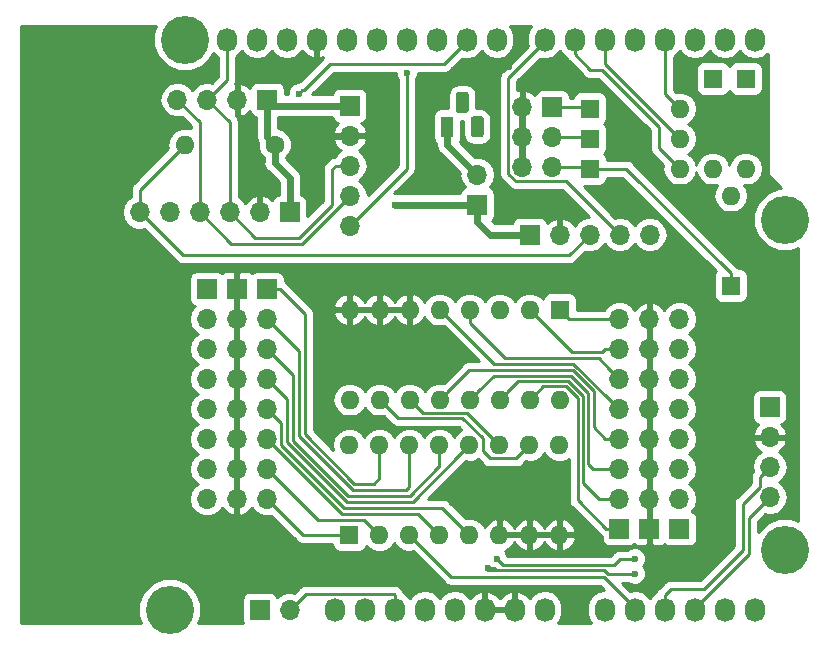
<source format=gbr>
G04 #@! TF.GenerationSoftware,KiCad,Pcbnew,(5.0.1)-4*
G04 #@! TF.CreationDate,2019-02-10T23:22:43-08:00*
G04 #@! TF.ProjectId,Shield,536869656C642E6B696361645F706362,rev?*
G04 #@! TF.SameCoordinates,Original*
G04 #@! TF.FileFunction,Copper,L2,Bot,Signal*
G04 #@! TF.FilePolarity,Positive*
%FSLAX46Y46*%
G04 Gerber Fmt 4.6, Leading zero omitted, Abs format (unit mm)*
G04 Created by KiCad (PCBNEW (5.0.1)-4) date 2/10/2019 11:22:43 PM*
%MOMM*%
%LPD*%
G01*
G04 APERTURE LIST*
G04 #@! TA.AperFunction,ComponentPad*
%ADD10O,1.727200X2.032000*%
G04 #@! TD*
G04 #@! TA.AperFunction,ComponentPad*
%ADD11C,4.064000*%
G04 #@! TD*
G04 #@! TA.AperFunction,ComponentPad*
%ADD12O,1.600000X1.600000*%
G04 #@! TD*
G04 #@! TA.AperFunction,ComponentPad*
%ADD13R,1.600000X1.600000*%
G04 #@! TD*
G04 #@! TA.AperFunction,ComponentPad*
%ADD14O,1.700000X1.700000*%
G04 #@! TD*
G04 #@! TA.AperFunction,ComponentPad*
%ADD15R,1.700000X1.700000*%
G04 #@! TD*
G04 #@! TA.AperFunction,ComponentPad*
%ADD16R,1.100000X1.800000*%
G04 #@! TD*
G04 #@! TA.AperFunction,Conductor*
%ADD17C,0.100000*%
G04 #@! TD*
G04 #@! TA.AperFunction,ComponentPad*
%ADD18C,1.100000*%
G04 #@! TD*
G04 #@! TA.AperFunction,ComponentPad*
%ADD19C,1.600000*%
G04 #@! TD*
G04 #@! TA.AperFunction,ViaPad*
%ADD20C,0.600000*%
G04 #@! TD*
G04 #@! TA.AperFunction,Conductor*
%ADD21C,0.250000*%
G04 #@! TD*
G04 #@! TA.AperFunction,Conductor*
%ADD22C,0.600000*%
G04 #@! TD*
G04 #@! TA.AperFunction,Conductor*
%ADD23C,0.254000*%
G04 #@! TD*
G04 APERTURE END LIST*
D10*
G04 #@! TO.P,P1,1*
G04 #@! TO.N,Net-(P1-Pad1)*
X138938000Y-123825000D03*
G04 #@! TO.P,P1,2*
G04 #@! TO.N,/IOREF*
X141478000Y-123825000D03*
G04 #@! TO.P,P1,3*
G04 #@! TO.N,/Reset*
X144018000Y-123825000D03*
G04 #@! TO.P,P1,4*
G04 #@! TO.N,+3V3*
X146558000Y-123825000D03*
G04 #@! TO.P,P1,5*
G04 #@! TO.N,+5V*
X149098000Y-123825000D03*
G04 #@! TO.P,P1,6*
G04 #@! TO.N,GND*
X151638000Y-123825000D03*
G04 #@! TO.P,P1,7*
X154178000Y-123825000D03*
G04 #@! TO.P,P1,8*
G04 #@! TO.N,/Vin*
X156718000Y-123825000D03*
G04 #@! TD*
G04 #@! TO.P,P2,1*
G04 #@! TO.N,/A0*
X161798000Y-123825000D03*
G04 #@! TO.P,P2,2*
G04 #@! TO.N,/A1*
X164338000Y-123825000D03*
G04 #@! TO.P,P2,3*
G04 #@! TO.N,/A2*
X166878000Y-123825000D03*
G04 #@! TO.P,P2,4*
G04 #@! TO.N,/A3*
X169418000Y-123825000D03*
G04 #@! TO.P,P2,5*
G04 #@! TO.N,/A4(SDA)*
X171958000Y-123825000D03*
G04 #@! TO.P,P2,6*
G04 #@! TO.N,/A5(SCL)*
X174498000Y-123825000D03*
G04 #@! TD*
G04 #@! TO.P,P3,1*
G04 #@! TO.N,/A5(SCL)*
X129794000Y-75565000D03*
G04 #@! TO.P,P3,2*
G04 #@! TO.N,/A4(SDA)*
X132334000Y-75565000D03*
G04 #@! TO.P,P3,3*
G04 #@! TO.N,/AREF*
X134874000Y-75565000D03*
G04 #@! TO.P,P3,4*
G04 #@! TO.N,GND*
X137414000Y-75565000D03*
G04 #@! TO.P,P3,5*
G04 #@! TO.N,/13(SCK)*
X139954000Y-75565000D03*
G04 #@! TO.P,P3,6*
G04 #@! TO.N,/12(MISO)*
X142494000Y-75565000D03*
G04 #@! TO.P,P3,7*
G04 #@! TO.N,/11(\002A\002A/MOSI)*
X145034000Y-75565000D03*
G04 #@! TO.P,P3,8*
G04 #@! TO.N,/10(\002A\002A/SS)*
X147574000Y-75565000D03*
G04 #@! TO.P,P3,9*
G04 #@! TO.N,/9(\002A\002A)*
X150114000Y-75565000D03*
G04 #@! TO.P,P3,10*
G04 #@! TO.N,/8*
X152654000Y-75565000D03*
G04 #@! TD*
G04 #@! TO.P,P4,1*
G04 #@! TO.N,/7*
X156718000Y-75565000D03*
G04 #@! TO.P,P4,2*
G04 #@! TO.N,/6(\002A\002A)*
X159258000Y-75565000D03*
G04 #@! TO.P,P4,3*
G04 #@! TO.N,/5(\002A\002A)*
X161798000Y-75565000D03*
G04 #@! TO.P,P4,4*
G04 #@! TO.N,/4*
X164338000Y-75565000D03*
G04 #@! TO.P,P4,5*
G04 #@! TO.N,/3(\002A\002A)*
X166878000Y-75565000D03*
G04 #@! TO.P,P4,6*
G04 #@! TO.N,/2*
X169418000Y-75565000D03*
G04 #@! TO.P,P4,7*
G04 #@! TO.N,/1(Tx)*
X171958000Y-75565000D03*
G04 #@! TO.P,P4,8*
G04 #@! TO.N,/0(Rx)*
X174498000Y-75565000D03*
G04 #@! TD*
D11*
G04 #@! TO.P,P5,1*
G04 #@! TO.N,Net-(P5-Pad1)*
X124968000Y-123825000D03*
G04 #@! TD*
G04 #@! TO.P,P6,1*
G04 #@! TO.N,Net-(P6-Pad1)*
X177038000Y-118745000D03*
G04 #@! TD*
G04 #@! TO.P,P7,1*
G04 #@! TO.N,Net-(P7-Pad1)*
X126238000Y-75565000D03*
G04 #@! TD*
G04 #@! TO.P,P8,1*
G04 #@! TO.N,Net-(P8-Pad1)*
X177038000Y-90805000D03*
G04 #@! TD*
D12*
G04 #@! TO.P,D1,2*
G04 #@! TO.N,/Ltest*
X170942000Y-86487000D03*
D13*
G04 #@! TO.P,D1,1*
G04 #@! TO.N,Net-(D1-Pad1)*
X170942000Y-78867000D03*
G04 #@! TD*
G04 #@! TO.P,D2,1*
G04 #@! TO.N,Net-(D2-Pad1)*
X173736000Y-78867000D03*
D12*
G04 #@! TO.P,D2,2*
G04 #@! TO.N,/Ltest*
X173736000Y-86487000D03*
G04 #@! TD*
D13*
G04 #@! TO.P,D3,1*
G04 #@! TO.N,Net-(D3-Pad1)*
X172466000Y-96393000D03*
D12*
G04 #@! TO.P,D3,2*
G04 #@! TO.N,/Ltest*
X172466000Y-88773000D03*
G04 #@! TD*
D14*
G04 #@! TO.P,J1,8*
G04 #@! TO.N,/Crx*
X163042662Y-99206304D03*
G04 #@! TO.P,J1,7*
G04 #@! TO.N,/Ctx*
X163042662Y-101746304D03*
G04 #@! TO.P,J1,6*
G04 #@! TO.N,/Cty*
X163042662Y-104286304D03*
G04 #@! TO.P,J1,5*
G04 #@! TO.N,/Cry*
X163042662Y-106826304D03*
G04 #@! TO.P,J1,4*
G04 #@! TO.N,/Thr*
X163042662Y-109366304D03*
G04 #@! TO.P,J1,3*
G04 #@! TO.N,/T_x*
X163042662Y-111906304D03*
G04 #@! TO.P,J1,2*
G04 #@! TO.N,/T_y*
X163042662Y-114446304D03*
D15*
G04 #@! TO.P,J1,1*
G04 #@! TO.N,/T_z*
X163042662Y-116986304D03*
G04 #@! TD*
G04 #@! TO.P,J2,1*
G04 #@! TO.N,/R_z*
X133197662Y-96666304D03*
D14*
G04 #@! TO.P,J2,2*
G04 #@! TO.N,/R_y*
X133197662Y-99206304D03*
G04 #@! TO.P,J2,3*
G04 #@! TO.N,/R_x*
X133197662Y-101746304D03*
G04 #@! TO.P,J2,4*
G04 #@! TO.N,/Au1*
X133197662Y-104286304D03*
G04 #@! TO.P,J2,5*
G04 #@! TO.N,/Au3*
X133197662Y-106826304D03*
G04 #@! TO.P,J2,6*
G04 #@! TO.N,/Au5*
X133197662Y-109366304D03*
G04 #@! TO.P,J2,7*
G04 #@! TO.N,/Au4*
X133197662Y-111906304D03*
G04 #@! TO.P,J2,8*
G04 #@! TO.N,/Au2*
X133197662Y-114446304D03*
G04 #@! TD*
D15*
G04 #@! TO.P,J3,1*
G04 #@! TO.N,+5V*
X168122662Y-116986304D03*
D14*
G04 #@! TO.P,J3,2*
X168122662Y-114446304D03*
G04 #@! TO.P,J3,3*
X168122662Y-111906304D03*
G04 #@! TO.P,J3,4*
X168122662Y-109366304D03*
G04 #@! TO.P,J3,5*
X168122662Y-106826304D03*
G04 #@! TO.P,J3,6*
X168122662Y-104286304D03*
G04 #@! TO.P,J3,7*
X168122662Y-101746304D03*
G04 #@! TO.P,J3,8*
X168122662Y-99206304D03*
G04 #@! TD*
D15*
G04 #@! TO.P,J4,1*
G04 #@! TO.N,+5V*
X128117662Y-96666304D03*
D14*
G04 #@! TO.P,J4,2*
X128117662Y-99206304D03*
G04 #@! TO.P,J4,3*
X128117662Y-101746304D03*
G04 #@! TO.P,J4,4*
X128117662Y-104286304D03*
G04 #@! TO.P,J4,5*
X128117662Y-106826304D03*
G04 #@! TO.P,J4,6*
X128117662Y-109366304D03*
G04 #@! TO.P,J4,7*
X128117662Y-111906304D03*
G04 #@! TO.P,J4,8*
X128117662Y-114446304D03*
G04 #@! TD*
G04 #@! TO.P,J5,8*
G04 #@! TO.N,GND*
X165582662Y-99206304D03*
G04 #@! TO.P,J5,7*
X165582662Y-101746304D03*
G04 #@! TO.P,J5,6*
X165582662Y-104286304D03*
G04 #@! TO.P,J5,5*
X165582662Y-106826304D03*
G04 #@! TO.P,J5,4*
X165582662Y-109366304D03*
G04 #@! TO.P,J5,3*
X165582662Y-111906304D03*
G04 #@! TO.P,J5,2*
X165582662Y-114446304D03*
D15*
G04 #@! TO.P,J5,1*
X165582662Y-116986304D03*
G04 #@! TD*
D14*
G04 #@! TO.P,J6,8*
G04 #@! TO.N,GND*
X130657662Y-114446304D03*
G04 #@! TO.P,J6,7*
X130657662Y-111906304D03*
G04 #@! TO.P,J6,6*
X130657662Y-109366304D03*
G04 #@! TO.P,J6,5*
X130657662Y-106826304D03*
G04 #@! TO.P,J6,4*
X130657662Y-104286304D03*
G04 #@! TO.P,J6,3*
X130657662Y-101746304D03*
G04 #@! TO.P,J6,2*
X130657662Y-99206304D03*
D15*
G04 #@! TO.P,J6,1*
X130657662Y-96666304D03*
G04 #@! TD*
D14*
G04 #@! TO.P,J7,4*
G04 #@! TO.N,/A4(SDA)*
X125603000Y-80645000D03*
G04 #@! TO.P,J7,3*
G04 #@! TO.N,/A5(SCL)*
X128143000Y-80645000D03*
G04 #@! TO.P,J7,2*
G04 #@! TO.N,GND*
X130683000Y-80645000D03*
D15*
G04 #@! TO.P,J7,1*
G04 #@! TO.N,+5V*
X133223000Y-80645000D03*
G04 #@! TD*
G04 #@! TO.P,J8,1*
G04 #@! TO.N,+5V*
X135128000Y-90170000D03*
D14*
G04 #@! TO.P,J8,2*
G04 #@! TO.N,GND*
X132588000Y-90170000D03*
G04 #@! TO.P,J8,3*
G04 #@! TO.N,/A5(SCL)*
X130048000Y-90170000D03*
G04 #@! TO.P,J8,4*
G04 #@! TO.N,/A4(SDA)*
X127508000Y-90170000D03*
G04 #@! TO.P,J8,5*
G04 #@! TO.N,/9(\002A\002A)*
X124968000Y-90170000D03*
G04 #@! TO.P,J8,6*
G04 #@! TO.N,/Ltest*
X122428000Y-90170000D03*
G04 #@! TD*
D15*
G04 #@! TO.P,J9,1*
G04 #@! TO.N,+5V*
X155448000Y-92075000D03*
D14*
G04 #@! TO.P,J9,2*
G04 #@! TO.N,GND*
X157988000Y-92075000D03*
G04 #@! TO.P,J9,3*
G04 #@! TO.N,/Ltest*
X160528000Y-92075000D03*
G04 #@! TO.P,J9,4*
G04 #@! TO.N,/7*
X163068000Y-92075000D03*
G04 #@! TO.P,J9,5*
G04 #@! TO.N,/4*
X165608000Y-92075000D03*
G04 #@! TD*
D15*
G04 #@! TO.P,J11,1*
G04 #@! TO.N,+5V*
X175768000Y-106680000D03*
D14*
G04 #@! TO.P,J11,2*
G04 #@! TO.N,GND*
X175768000Y-109220000D03*
G04 #@! TO.P,J11,3*
G04 #@! TO.N,/A2*
X175768000Y-111760000D03*
G04 #@! TO.P,J11,4*
G04 #@! TO.N,/A3*
X175768000Y-114300000D03*
G04 #@! TD*
G04 #@! TO.P,J12,2*
G04 #@! TO.N,/Reset*
X135128000Y-123825000D03*
D15*
G04 #@! TO.P,J12,1*
G04 #@! TO.N,+5V*
X132588000Y-123825000D03*
G04 #@! TD*
G04 #@! TO.P,J14,1*
G04 #@! TO.N,+5V*
X151003000Y-89535000D03*
D14*
G04 #@! TO.P,J14,2*
G04 #@! TO.N,Net-(J14-Pad2)*
X151003000Y-86995000D03*
G04 #@! TD*
D16*
G04 #@! TO.P,Q2,1*
G04 #@! TO.N,Net-(J14-Pad2)*
X148463000Y-82950000D03*
D17*
G04 #@! TD*
G04 #@! TO.N,+5V*
G04 #@! TO.C,Q2*
G36*
X151304955Y-82051324D02*
X151331650Y-82055284D01*
X151357828Y-82061841D01*
X151383238Y-82070933D01*
X151407634Y-82082472D01*
X151430782Y-82096346D01*
X151452458Y-82112422D01*
X151472454Y-82130546D01*
X151490578Y-82150542D01*
X151506654Y-82172218D01*
X151520528Y-82195366D01*
X151532067Y-82219762D01*
X151541159Y-82245172D01*
X151547716Y-82271350D01*
X151551676Y-82298045D01*
X151553000Y-82325000D01*
X151553000Y-83575000D01*
X151551676Y-83601955D01*
X151547716Y-83628650D01*
X151541159Y-83654828D01*
X151532067Y-83680238D01*
X151520528Y-83704634D01*
X151506654Y-83727782D01*
X151490578Y-83749458D01*
X151472454Y-83769454D01*
X151452458Y-83787578D01*
X151430782Y-83803654D01*
X151407634Y-83817528D01*
X151383238Y-83829067D01*
X151357828Y-83838159D01*
X151331650Y-83844716D01*
X151304955Y-83848676D01*
X151278000Y-83850000D01*
X150728000Y-83850000D01*
X150701045Y-83848676D01*
X150674350Y-83844716D01*
X150648172Y-83838159D01*
X150622762Y-83829067D01*
X150598366Y-83817528D01*
X150575218Y-83803654D01*
X150553542Y-83787578D01*
X150533546Y-83769454D01*
X150515422Y-83749458D01*
X150499346Y-83727782D01*
X150485472Y-83704634D01*
X150473933Y-83680238D01*
X150464841Y-83654828D01*
X150458284Y-83628650D01*
X150454324Y-83601955D01*
X150453000Y-83575000D01*
X150453000Y-82325000D01*
X150454324Y-82298045D01*
X150458284Y-82271350D01*
X150464841Y-82245172D01*
X150473933Y-82219762D01*
X150485472Y-82195366D01*
X150499346Y-82172218D01*
X150515422Y-82150542D01*
X150533546Y-82130546D01*
X150553542Y-82112422D01*
X150575218Y-82096346D01*
X150598366Y-82082472D01*
X150622762Y-82070933D01*
X150648172Y-82061841D01*
X150674350Y-82055284D01*
X150701045Y-82051324D01*
X150728000Y-82050000D01*
X151278000Y-82050000D01*
X151304955Y-82051324D01*
X151304955Y-82051324D01*
G37*
D18*
G04 #@! TO.P,Q2,3*
G04 #@! TO.N,+5V*
X151003000Y-82950000D03*
D17*
G04 #@! TD*
G04 #@! TO.N,/10(\002A\002A/SS)*
G04 #@! TO.C,Q2*
G36*
X150034955Y-79981324D02*
X150061650Y-79985284D01*
X150087828Y-79991841D01*
X150113238Y-80000933D01*
X150137634Y-80012472D01*
X150160782Y-80026346D01*
X150182458Y-80042422D01*
X150202454Y-80060546D01*
X150220578Y-80080542D01*
X150236654Y-80102218D01*
X150250528Y-80125366D01*
X150262067Y-80149762D01*
X150271159Y-80175172D01*
X150277716Y-80201350D01*
X150281676Y-80228045D01*
X150283000Y-80255000D01*
X150283000Y-81505000D01*
X150281676Y-81531955D01*
X150277716Y-81558650D01*
X150271159Y-81584828D01*
X150262067Y-81610238D01*
X150250528Y-81634634D01*
X150236654Y-81657782D01*
X150220578Y-81679458D01*
X150202454Y-81699454D01*
X150182458Y-81717578D01*
X150160782Y-81733654D01*
X150137634Y-81747528D01*
X150113238Y-81759067D01*
X150087828Y-81768159D01*
X150061650Y-81774716D01*
X150034955Y-81778676D01*
X150008000Y-81780000D01*
X149458000Y-81780000D01*
X149431045Y-81778676D01*
X149404350Y-81774716D01*
X149378172Y-81768159D01*
X149352762Y-81759067D01*
X149328366Y-81747528D01*
X149305218Y-81733654D01*
X149283542Y-81717578D01*
X149263546Y-81699454D01*
X149245422Y-81679458D01*
X149229346Y-81657782D01*
X149215472Y-81634634D01*
X149203933Y-81610238D01*
X149194841Y-81584828D01*
X149188284Y-81558650D01*
X149184324Y-81531955D01*
X149183000Y-81505000D01*
X149183000Y-80255000D01*
X149184324Y-80228045D01*
X149188284Y-80201350D01*
X149194841Y-80175172D01*
X149203933Y-80149762D01*
X149215472Y-80125366D01*
X149229346Y-80102218D01*
X149245422Y-80080542D01*
X149263546Y-80060546D01*
X149283542Y-80042422D01*
X149305218Y-80026346D01*
X149328366Y-80012472D01*
X149352762Y-80000933D01*
X149378172Y-79991841D01*
X149404350Y-79985284D01*
X149431045Y-79981324D01*
X149458000Y-79980000D01*
X150008000Y-79980000D01*
X150034955Y-79981324D01*
X150034955Y-79981324D01*
G37*
D18*
G04 #@! TO.P,Q2,2*
G04 #@! TO.N,/10(\002A\002A/SS)*
X149733000Y-80880000D03*
G04 #@! TD*
D19*
G04 #@! TO.P,R1,1*
G04 #@! TO.N,+5V*
X133858000Y-84455000D03*
D12*
G04 #@! TO.P,R1,2*
G04 #@! TO.N,/Ltest*
X126238000Y-84455000D03*
G04 #@! TD*
D13*
G04 #@! TO.P,U1,1*
G04 #@! TO.N,/Crx*
X157988000Y-98425000D03*
D12*
G04 #@! TO.P,U1,9*
G04 #@! TO.N,/13(SCK)*
X140208000Y-106045000D03*
G04 #@! TO.P,U1,2*
G04 #@! TO.N,/Ctx*
X155448000Y-98425000D03*
G04 #@! TO.P,U1,10*
G04 #@! TO.N,/12(MISO)*
X142748000Y-106045000D03*
G04 #@! TO.P,U1,3*
G04 #@! TO.N,/A0*
X152908000Y-98425000D03*
G04 #@! TO.P,U1,11*
G04 #@! TO.N,/8*
X145288000Y-106045000D03*
G04 #@! TO.P,U1,4*
G04 #@! TO.N,/Cty*
X150368000Y-98425000D03*
G04 #@! TO.P,U1,12*
G04 #@! TO.N,/Thr*
X147828000Y-106045000D03*
G04 #@! TO.P,U1,5*
G04 #@! TO.N,/Cry*
X147828000Y-98425000D03*
G04 #@! TO.P,U1,13*
G04 #@! TO.N,/T_x*
X150368000Y-106045000D03*
G04 #@! TO.P,U1,6*
G04 #@! TO.N,GND*
X145288000Y-98425000D03*
G04 #@! TO.P,U1,14*
G04 #@! TO.N,/T_y*
X152908000Y-106045000D03*
G04 #@! TO.P,U1,7*
G04 #@! TO.N,GND*
X142748000Y-98425000D03*
G04 #@! TO.P,U1,15*
G04 #@! TO.N,/T_z*
X155448000Y-106045000D03*
G04 #@! TO.P,U1,8*
G04 #@! TO.N,GND*
X140208000Y-98425000D03*
G04 #@! TO.P,U1,16*
G04 #@! TO.N,+5V*
X157988000Y-106045000D03*
G04 #@! TD*
G04 #@! TO.P,U2,16*
G04 #@! TO.N,+5V*
X140182662Y-109874304D03*
G04 #@! TO.P,U2,8*
G04 #@! TO.N,GND*
X157962662Y-117494304D03*
G04 #@! TO.P,U2,15*
G04 #@! TO.N,/R_z*
X142722662Y-109874304D03*
G04 #@! TO.P,U2,7*
G04 #@! TO.N,GND*
X155422662Y-117494304D03*
G04 #@! TO.P,U2,14*
G04 #@! TO.N,/R_y*
X145262662Y-109874304D03*
G04 #@! TO.P,U2,6*
G04 #@! TO.N,GND*
X152882662Y-117494304D03*
G04 #@! TO.P,U2,13*
G04 #@! TO.N,/R_x*
X147802662Y-109874304D03*
G04 #@! TO.P,U2,5*
G04 #@! TO.N,/Au3*
X150342662Y-117494304D03*
G04 #@! TO.P,U2,12*
G04 #@! TO.N,/Au1*
X150342662Y-109874304D03*
G04 #@! TO.P,U2,4*
G04 #@! TO.N,/Au5*
X147802662Y-117494304D03*
G04 #@! TO.P,U2,11*
G04 #@! TO.N,/8*
X152882662Y-109874304D03*
G04 #@! TO.P,U2,3*
G04 #@! TO.N,/A1*
X145262662Y-117494304D03*
G04 #@! TO.P,U2,10*
G04 #@! TO.N,/12(MISO)*
X155422662Y-109874304D03*
G04 #@! TO.P,U2,2*
G04 #@! TO.N,/Au4*
X142722662Y-117494304D03*
G04 #@! TO.P,U2,9*
G04 #@! TO.N,/13(SCK)*
X157962662Y-109874304D03*
D13*
G04 #@! TO.P,U2,1*
G04 #@! TO.N,/Au2*
X140182662Y-117494304D03*
G04 #@! TD*
D15*
G04 #@! TO.P,J10,1*
G04 #@! TO.N,Net-(D1-Pad1)*
X157353000Y-81280000D03*
D14*
G04 #@! TO.P,J10,2*
G04 #@! TO.N,GND*
X154813000Y-81280000D03*
G04 #@! TO.P,J10,3*
G04 #@! TO.N,Net-(D2-Pad1)*
X157353000Y-83820000D03*
G04 #@! TO.P,J10,4*
G04 #@! TO.N,GND*
X154813000Y-83820000D03*
G04 #@! TO.P,J10,5*
G04 #@! TO.N,Net-(D3-Pad1)*
X157353000Y-86360000D03*
G04 #@! TO.P,J10,6*
G04 #@! TO.N,GND*
X154813000Y-86360000D03*
G04 #@! TD*
D13*
G04 #@! TO.P,D4,1*
G04 #@! TO.N,Net-(D1-Pad1)*
X160528000Y-81407000D03*
D12*
G04 #@! TO.P,D4,2*
G04 #@! TO.N,/3(\002A\002A)*
X168148000Y-81407000D03*
G04 #@! TD*
G04 #@! TO.P,D5,2*
G04 #@! TO.N,/5(\002A\002A)*
X168148000Y-83947000D03*
D13*
G04 #@! TO.P,D5,1*
G04 #@! TO.N,Net-(D2-Pad1)*
X160528000Y-83947000D03*
G04 #@! TD*
G04 #@! TO.P,D6,1*
G04 #@! TO.N,Net-(D3-Pad1)*
X160528000Y-86487000D03*
D12*
G04 #@! TO.P,D6,2*
G04 #@! TO.N,/6(\002A\002A)*
X168148000Y-86487000D03*
G04 #@! TD*
D15*
G04 #@! TO.P,J13,1*
G04 #@! TO.N,+5V*
X140208000Y-81153000D03*
D14*
G04 #@! TO.P,J13,2*
G04 #@! TO.N,GND*
X140208000Y-83693000D03*
G04 #@! TO.P,J13,3*
G04 #@! TO.N,/A5(SCL)*
X140208000Y-86233000D03*
G04 #@! TO.P,J13,4*
G04 #@! TO.N,/A4(SDA)*
X140208000Y-88773000D03*
G04 #@! TO.P,J13,5*
G04 #@! TO.N,/11(\002A\002A/MOSI)*
X140208000Y-91313000D03*
G04 #@! TD*
D20*
G04 #@! TO.N,+5V*
X144018000Y-89535000D03*
G04 #@! TO.N,GND*
X157988000Y-78359000D03*
X153670000Y-77851000D03*
X136652000Y-83693000D03*
G04 #@! TO.N,/A4(SDA)*
X164338000Y-120777000D03*
G04 #@! TO.N,/A5(SCL)*
X164338000Y-119507000D03*
X152654000Y-119507000D03*
G04 #@! TO.N,/A4(SDA)*
X151892000Y-120269000D03*
G04 #@! TO.N,/9(\002A\002A)*
X135890000Y-80137000D03*
G04 #@! TO.N,/11(\002A\002A/MOSI)*
X145034000Y-78359000D03*
G04 #@! TD*
D21*
G04 #@! TO.N,/Reset*
X135977999Y-122975001D02*
X135128000Y-123825000D01*
X136469010Y-122483990D02*
X135977999Y-122975001D01*
X143942990Y-122483990D02*
X136469010Y-122483990D01*
X144018000Y-122559000D02*
X143942990Y-122483990D01*
X144018000Y-123825000D02*
X144018000Y-122559000D01*
D22*
G04 #@! TO.N,+5V*
X151003000Y-90985000D02*
X151003000Y-89535000D01*
X152093000Y-92075000D02*
X151003000Y-90985000D01*
X155448000Y-92075000D02*
X152093000Y-92075000D01*
X133731000Y-81153000D02*
X133223000Y-80645000D01*
X140208000Y-81153000D02*
X133731000Y-81153000D01*
X133223000Y-83820000D02*
X133858000Y-84455000D01*
X133223000Y-80645000D02*
X133223000Y-83820000D01*
X133858000Y-84455000D02*
X133858000Y-85979000D01*
X135128000Y-87249000D02*
X135128000Y-90170000D01*
X133858000Y-85979000D02*
X135128000Y-87249000D01*
X151003000Y-89535000D02*
X144018000Y-89535000D01*
G04 #@! TO.N,GND*
X154813000Y-86360000D02*
X154813000Y-83820000D01*
X154813000Y-83820000D02*
X154813000Y-81280000D01*
X140208000Y-83693000D02*
X136652000Y-83693000D01*
D21*
G04 #@! TO.N,/A1*
X164338000Y-123672600D02*
X164338000Y-123825000D01*
X161696400Y-121031000D02*
X164338000Y-123672600D01*
X148799358Y-121031000D02*
X161696400Y-121031000D01*
X145262662Y-117494304D02*
X148799358Y-121031000D01*
G04 #@! TO.N,/A2*
X174918001Y-113410997D02*
X173482000Y-114846998D01*
X175768000Y-111760000D02*
X174918001Y-112609999D01*
X174918001Y-112609999D02*
X174918001Y-113410997D01*
X173482000Y-114846998D02*
X173482000Y-118745000D01*
X173482000Y-118745000D02*
X170180000Y-122047000D01*
X166878000Y-122559000D02*
X166878000Y-123825000D01*
X167390000Y-122047000D02*
X166878000Y-122559000D01*
X170180000Y-122047000D02*
X167390000Y-122047000D01*
G04 #@! TO.N,/A3*
X169418000Y-123825000D02*
X169418000Y-123672600D01*
X169418000Y-123672600D02*
X173990000Y-119100600D01*
X173990000Y-116078000D02*
X175768000Y-114300000D01*
X173990000Y-119100600D02*
X173990000Y-116078000D01*
G04 #@! TO.N,/A4(SDA)*
X132334000Y-76454000D02*
X132334000Y-75565000D01*
X164338000Y-120777000D02*
X162078810Y-120777000D01*
X162078810Y-120777000D02*
X161766820Y-120465010D01*
G04 #@! TO.N,/A5(SCL)*
X130048000Y-90170000D02*
X130048000Y-82550000D01*
X130048000Y-82550000D02*
X128143000Y-80645000D01*
X129794000Y-76454000D02*
X129794000Y-75565000D01*
X129794000Y-78994000D02*
X128461205Y-80326795D01*
X129794000Y-75565000D02*
X129794000Y-78994000D01*
X164338000Y-119507000D02*
X163068000Y-119507000D01*
X163068000Y-119507000D02*
X162560000Y-120015000D01*
X162560000Y-120015000D02*
X153162000Y-120015000D01*
X153162000Y-120015000D02*
X152654000Y-119507000D01*
G04 #@! TO.N,/A4(SDA)*
X127508000Y-82550000D02*
X125603000Y-80645000D01*
X127508000Y-90170000D02*
X127508000Y-82550000D01*
X152654000Y-120465010D02*
X151834010Y-120465010D01*
X130175000Y-92837000D02*
X127508000Y-90170000D01*
X140208000Y-88773000D02*
X136144000Y-92837000D01*
X136144000Y-92837000D02*
X130175000Y-92837000D01*
X152457990Y-120269000D02*
X152654000Y-120465010D01*
X151892000Y-120269000D02*
X152457990Y-120269000D01*
X161766820Y-120465010D02*
X152654000Y-120465010D01*
G04 #@! TO.N,/A5(SCL)*
X139005919Y-86233000D02*
X138684000Y-86554919D01*
X140208000Y-86233000D02*
X139005919Y-86233000D01*
X138684000Y-86554919D02*
X138684000Y-89535000D01*
X138684000Y-89535000D02*
X135890000Y-92329000D01*
X132207000Y-92329000D02*
X130048000Y-90170000D01*
X135890000Y-92329000D02*
X132207000Y-92329000D01*
G04 #@! TO.N,/9(\002A\002A)*
X150114000Y-75717400D02*
X150114000Y-75565000D01*
X148216401Y-77614999D02*
X150114000Y-75717400D01*
X138533591Y-77614999D02*
X148216401Y-77614999D01*
X136311589Y-79837001D02*
X138533591Y-77614999D01*
X136189999Y-79837001D02*
X136311589Y-79837001D01*
X135890000Y-80137000D02*
X136189999Y-79837001D01*
G04 #@! TO.N,/8*
X146087999Y-106844999D02*
X145288000Y-106045000D01*
X146413001Y-107170001D02*
X146087999Y-106844999D01*
X150178359Y-107170001D02*
X146413001Y-107170001D01*
X152882662Y-109874304D02*
X150178359Y-107170001D01*
G04 #@! TO.N,/7*
X156718000Y-75717400D02*
X156718000Y-75565000D01*
X153637999Y-78797401D02*
X156718000Y-75717400D01*
X153637999Y-86924001D02*
X153637999Y-78797401D01*
X154248999Y-87535001D02*
X153637999Y-86924001D01*
X158528001Y-87535001D02*
X154248999Y-87535001D01*
X163068000Y-92075000D02*
X158528001Y-87535001D01*
G04 #@! TO.N,/6(\002A\002A)*
X159258000Y-75565000D02*
X159258000Y-76831000D01*
X159258000Y-76831000D02*
X160532000Y-78105000D01*
X160532000Y-78105000D02*
X161544000Y-78105000D01*
X161544000Y-78105000D02*
X166370000Y-82931000D01*
X166370000Y-84709000D02*
X168148000Y-86487000D01*
X166370000Y-82931000D02*
X166370000Y-84709000D01*
G04 #@! TO.N,/5(\002A\002A)*
X161798000Y-75565000D02*
X161798000Y-75717400D01*
X161798000Y-77597000D02*
X168148000Y-83947000D01*
X161798000Y-75565000D02*
X161798000Y-77597000D01*
G04 #@! TO.N,/3(\002A\002A)*
X166878000Y-75565000D02*
X166878000Y-75717400D01*
X166878000Y-80137000D02*
X168148000Y-81407000D01*
X166878000Y-75565000D02*
X166878000Y-80137000D01*
G04 #@! TO.N,/12(MISO)*
X143547999Y-106844999D02*
X142748000Y-106045000D01*
X144323011Y-107620011D02*
X143547999Y-106844999D01*
X149753371Y-107620011D02*
X144323011Y-107620011D01*
X151467663Y-109334303D02*
X149753371Y-107620011D01*
X151467663Y-110414305D02*
X151467663Y-109334303D01*
X152052663Y-110999305D02*
X151467663Y-110414305D01*
X154297661Y-110999305D02*
X152052663Y-110999305D01*
X155422662Y-109874304D02*
X154297661Y-110999305D01*
G04 #@! TO.N,/11(\002A\002A/MOSI)*
X145034000Y-86487000D02*
X140208000Y-91313000D01*
X145034000Y-78359000D02*
X145034000Y-86487000D01*
G04 #@! TO.N,/Cty*
X150368000Y-98425000D02*
X150368000Y-99556370D01*
X162192663Y-103436305D02*
X163042662Y-104286304D01*
X161303348Y-102546990D02*
X162192663Y-103436305D01*
X153358620Y-102546990D02*
X161303348Y-102546990D01*
X150368000Y-99556370D02*
X153358620Y-102546990D01*
G04 #@! TO.N,/Ctx*
X161840581Y-101746304D02*
X161605885Y-101981000D01*
X163042662Y-101746304D02*
X161840581Y-101746304D01*
X159004000Y-101981000D02*
X155448000Y-98425000D01*
X161605885Y-101981000D02*
X159004000Y-101981000D01*
G04 #@! TO.N,/Cry*
X162129947Y-105976305D02*
X159150642Y-102997000D01*
X163042662Y-106826304D02*
X162192663Y-105976305D01*
X162192663Y-105976305D02*
X162129947Y-105976305D01*
X152400000Y-102997000D02*
X147828000Y-98425000D01*
X159150642Y-102997000D02*
X152400000Y-102997000D01*
G04 #@! TO.N,/Crx*
X158769304Y-99206304D02*
X157988000Y-98425000D01*
X163042662Y-99206304D02*
X158769304Y-99206304D01*
G04 #@! TO.N,/Thr*
X148627999Y-105245001D02*
X147828000Y-106045000D01*
X150303031Y-103569969D02*
X148627999Y-105245001D01*
X159087201Y-103569969D02*
X150303031Y-103569969D01*
X160862027Y-105344795D02*
X159087201Y-103569969D01*
X160862028Y-108387751D02*
X160862027Y-105344795D01*
X161840581Y-109366304D02*
X160862028Y-108387751D01*
X163042662Y-109366304D02*
X161840581Y-109366304D01*
G04 #@! TO.N,/T_z*
X158528001Y-104919999D02*
X159512000Y-105903998D01*
X155448000Y-106045000D02*
X156573001Y-104919999D01*
X156573001Y-104919999D02*
X158528001Y-104919999D01*
X161942662Y-116986304D02*
X163042662Y-116986304D01*
X159512000Y-114555642D02*
X161942662Y-116986304D01*
X159512000Y-105903998D02*
X159512000Y-114555642D01*
G04 #@! TO.N,/T_y*
X163042662Y-114446304D02*
X161309304Y-114446304D01*
X153707999Y-105245001D02*
X152908000Y-106045000D01*
X154483011Y-104469989D02*
X153707999Y-105245001D01*
X158714401Y-104469989D02*
X154483011Y-104469989D01*
X159962009Y-105717597D02*
X158714401Y-104469989D01*
X159962010Y-113099010D02*
X159962009Y-105717597D01*
X161309304Y-114446304D02*
X159962010Y-113099010D01*
G04 #@! TO.N,/T_x*
X163042662Y-111906304D02*
X160801304Y-111906304D01*
X151167999Y-105245001D02*
X150368000Y-106045000D01*
X152393021Y-104019979D02*
X151167999Y-105245001D01*
X158900801Y-104019979D02*
X152393021Y-104019979D01*
X160412018Y-105531196D02*
X158900801Y-104019979D01*
X160412018Y-111517018D02*
X160412018Y-105531196D01*
X160801304Y-111906304D02*
X160412018Y-111517018D01*
G04 #@! TO.N,/R_x*
X147802662Y-109874304D02*
X147802662Y-111783928D01*
X147802662Y-111783928D02*
X147677072Y-111783928D01*
X147677072Y-111783928D02*
X145288000Y-114173000D01*
X145288000Y-114173000D02*
X140082410Y-114173000D01*
X140082410Y-114173000D02*
X135446205Y-109536795D01*
X135446205Y-103994847D02*
X133197662Y-101746304D01*
X135446205Y-109536795D02*
X135446205Y-103994847D01*
G04 #@! TO.N,/R_y*
X145262662Y-109874304D02*
X145262662Y-113436338D01*
X145262662Y-113436338D02*
X144976010Y-113722990D01*
X140462000Y-113665000D02*
X135896215Y-109099215D01*
X144976010Y-113722990D02*
X144918020Y-113665000D01*
X144918020Y-113665000D02*
X140462000Y-113665000D01*
X135896215Y-101904857D02*
X133197662Y-99206304D01*
X135896215Y-109099215D02*
X135896215Y-101904857D01*
G04 #@! TO.N,/R_z*
X136398000Y-98766642D02*
X136398000Y-108964590D01*
X133197662Y-96666304D02*
X134297662Y-96666304D01*
X134297662Y-96666304D02*
X136398000Y-98766642D01*
X136398000Y-108964590D02*
X140590410Y-113157000D01*
X140590410Y-113157000D02*
X142240000Y-113157000D01*
X142722662Y-112674338D02*
X142722662Y-109874304D01*
X142240000Y-113157000D02*
X142722662Y-112674338D01*
G04 #@! TO.N,/Au1*
X134047661Y-105136303D02*
X133197662Y-104286304D01*
X134874000Y-109601000D02*
X134874000Y-105962642D01*
X134874000Y-105962642D02*
X134702358Y-105791000D01*
X134702358Y-105791000D02*
X134047661Y-105136303D01*
X134822673Y-105911315D02*
X134702358Y-105791000D01*
X150342662Y-109874304D02*
X149542663Y-110674303D01*
X149542663Y-110674303D02*
X149542663Y-110680337D01*
X149542663Y-110680337D02*
X145542000Y-114681000D01*
X139954000Y-114681000D02*
X134874000Y-109601000D01*
X145542000Y-114681000D02*
X139954000Y-114681000D01*
G04 #@! TO.N,/Au2*
X136245662Y-117494304D02*
X133197662Y-114446304D01*
X140182662Y-117494304D02*
X136245662Y-117494304D01*
G04 #@! TO.N,/Au3*
X134047661Y-107676303D02*
X133197662Y-106826304D01*
X134372663Y-108001305D02*
X134047661Y-107676303D01*
X134372663Y-109861663D02*
X134372663Y-108001305D01*
X139700000Y-115189000D02*
X134372663Y-109861663D01*
X148037358Y-115189000D02*
X139700000Y-115189000D01*
X150342662Y-117494304D02*
X148037358Y-115189000D01*
G04 #@! TO.N,/Au4*
X133197662Y-111906304D02*
X137496358Y-116205000D01*
X141433358Y-116205000D02*
X142722662Y-117494304D01*
X137496358Y-116205000D02*
X141433358Y-116205000D01*
G04 #@! TO.N,/Au5*
X147802662Y-117494304D02*
X146005358Y-115697000D01*
X139528358Y-115697000D02*
X133197662Y-109366304D01*
X146005358Y-115697000D02*
X139528358Y-115697000D01*
G04 #@! TO.N,/Ltest*
X122428000Y-88265000D02*
X126238000Y-84455000D01*
X122428000Y-90170000D02*
X122428000Y-88265000D01*
X126093001Y-93835001D02*
X122428000Y-90170000D01*
X160528000Y-92075000D02*
X158767999Y-93835001D01*
X158767999Y-93835001D02*
X126093001Y-93835001D01*
D22*
G04 #@! TO.N,Net-(J14-Pad2)*
X148463000Y-84455000D02*
X151003000Y-86995000D01*
X148463000Y-82550000D02*
X148463000Y-84455000D01*
D21*
G04 #@! TO.N,Net-(D1-Pad1)*
X160401000Y-81280000D02*
X160528000Y-81407000D01*
X157353000Y-81280000D02*
X160401000Y-81280000D01*
G04 #@! TO.N,Net-(D2-Pad1)*
X160401000Y-83820000D02*
X160528000Y-83947000D01*
X157353000Y-83820000D02*
X160401000Y-83820000D01*
G04 #@! TO.N,Net-(D3-Pad1)*
X160401000Y-86360000D02*
X160528000Y-86487000D01*
X157353000Y-86360000D02*
X160401000Y-86360000D01*
X163610000Y-86487000D02*
X160528000Y-86487000D01*
X172466000Y-95343000D02*
X163610000Y-86487000D01*
X172466000Y-96393000D02*
X172466000Y-95343000D01*
G04 #@! TD*
D23*
G04 #@! TO.N,GND*
G36*
X123571000Y-75034501D02*
X123571000Y-76095499D01*
X123977026Y-77075734D01*
X124727266Y-77825974D01*
X125707501Y-78232000D01*
X126768499Y-78232000D01*
X127748734Y-77825974D01*
X128498974Y-77075734D01*
X128652156Y-76705918D01*
X128713570Y-76797830D01*
X129034000Y-77011935D01*
X129034001Y-78679197D01*
X128509408Y-79203791D01*
X128289256Y-79160000D01*
X127996744Y-79160000D01*
X127563582Y-79246161D01*
X127072375Y-79574375D01*
X126873000Y-79872761D01*
X126673625Y-79574375D01*
X126182418Y-79246161D01*
X125749256Y-79160000D01*
X125456744Y-79160000D01*
X125023582Y-79246161D01*
X124532375Y-79574375D01*
X124204161Y-80065582D01*
X124088908Y-80645000D01*
X124204161Y-81224418D01*
X124532375Y-81715625D01*
X125023582Y-82043839D01*
X125456744Y-82130000D01*
X125749256Y-82130000D01*
X125969408Y-82086209D01*
X126748001Y-82864803D01*
X126748001Y-83093333D01*
X126379333Y-83020000D01*
X126096667Y-83020000D01*
X125678091Y-83103260D01*
X125203423Y-83420423D01*
X124886260Y-83895091D01*
X124774887Y-84455000D01*
X124839312Y-84778886D01*
X121943528Y-87674671D01*
X121880072Y-87717071D01*
X121837672Y-87780527D01*
X121837671Y-87780528D01*
X121712097Y-87968463D01*
X121653112Y-88265000D01*
X121668001Y-88339852D01*
X121668001Y-88891822D01*
X121357375Y-89099375D01*
X121029161Y-89590582D01*
X120913908Y-90170000D01*
X121029161Y-90749418D01*
X121357375Y-91240625D01*
X121848582Y-91568839D01*
X122281744Y-91655000D01*
X122574256Y-91655000D01*
X122794408Y-91611209D01*
X125502672Y-94319474D01*
X125545072Y-94382930D01*
X125796464Y-94550905D01*
X126018149Y-94595001D01*
X126018153Y-94595001D01*
X126093000Y-94609889D01*
X126167847Y-94595001D01*
X158693152Y-94595001D01*
X158767999Y-94609889D01*
X158842846Y-94595001D01*
X158842851Y-94595001D01*
X159064536Y-94550905D01*
X159315928Y-94382930D01*
X159358330Y-94319471D01*
X160161592Y-93516209D01*
X160381744Y-93560000D01*
X160674256Y-93560000D01*
X161107418Y-93473839D01*
X161598625Y-93145625D01*
X161798000Y-92847239D01*
X161997375Y-93145625D01*
X162488582Y-93473839D01*
X162921744Y-93560000D01*
X163214256Y-93560000D01*
X163647418Y-93473839D01*
X164138625Y-93145625D01*
X164338000Y-92847239D01*
X164537375Y-93145625D01*
X165028582Y-93473839D01*
X165461744Y-93560000D01*
X165754256Y-93560000D01*
X166187418Y-93473839D01*
X166678625Y-93145625D01*
X167006839Y-92654418D01*
X167122092Y-92075000D01*
X167006839Y-91495582D01*
X166678625Y-91004375D01*
X166187418Y-90676161D01*
X165754256Y-90590000D01*
X165461744Y-90590000D01*
X165028582Y-90676161D01*
X164537375Y-91004375D01*
X164338000Y-91302761D01*
X164138625Y-91004375D01*
X163647418Y-90676161D01*
X163214256Y-90590000D01*
X162921744Y-90590000D01*
X162701593Y-90633791D01*
X160002241Y-87934440D01*
X161328000Y-87934440D01*
X161575765Y-87885157D01*
X161785809Y-87744809D01*
X161926157Y-87534765D01*
X161975440Y-87287000D01*
X161975440Y-87247000D01*
X163295199Y-87247000D01*
X171198256Y-95150059D01*
X171067843Y-95345235D01*
X171018560Y-95593000D01*
X171018560Y-97193000D01*
X171067843Y-97440765D01*
X171208191Y-97650809D01*
X171418235Y-97791157D01*
X171666000Y-97840440D01*
X173266000Y-97840440D01*
X173513765Y-97791157D01*
X173723809Y-97650809D01*
X173864157Y-97440765D01*
X173913440Y-97193000D01*
X173913440Y-95593000D01*
X173864157Y-95345235D01*
X173723809Y-95135191D01*
X173513765Y-94994843D01*
X173266000Y-94945560D01*
X173114483Y-94945560D01*
X173056329Y-94858526D01*
X173056327Y-94858524D01*
X173013929Y-94795071D01*
X172950476Y-94752673D01*
X164200331Y-86002530D01*
X164157929Y-85939071D01*
X163906537Y-85771096D01*
X163684852Y-85727000D01*
X163684847Y-85727000D01*
X163610000Y-85712112D01*
X163535153Y-85727000D01*
X161975440Y-85727000D01*
X161975440Y-85687000D01*
X161926157Y-85439235D01*
X161785809Y-85229191D01*
X161767564Y-85217000D01*
X161785809Y-85204809D01*
X161926157Y-84994765D01*
X161975440Y-84747000D01*
X161975440Y-83147000D01*
X161926157Y-82899235D01*
X161785809Y-82689191D01*
X161767564Y-82677000D01*
X161785809Y-82664809D01*
X161926157Y-82454765D01*
X161975440Y-82207000D01*
X161975440Y-80607000D01*
X161926157Y-80359235D01*
X161785809Y-80149191D01*
X161575765Y-80008843D01*
X161328000Y-79959560D01*
X159728000Y-79959560D01*
X159480235Y-80008843D01*
X159270191Y-80149191D01*
X159129843Y-80359235D01*
X159097865Y-80520000D01*
X158850440Y-80520000D01*
X158850440Y-80430000D01*
X158801157Y-80182235D01*
X158660809Y-79972191D01*
X158450765Y-79831843D01*
X158203000Y-79782560D01*
X156503000Y-79782560D01*
X156255235Y-79831843D01*
X156045191Y-79972191D01*
X155904843Y-80182235D01*
X155883039Y-80291855D01*
X155694358Y-80084817D01*
X155169892Y-79838514D01*
X154940000Y-79959181D01*
X154940000Y-81153000D01*
X154960000Y-81153000D01*
X154960000Y-81407000D01*
X154940000Y-81407000D01*
X154940000Y-83693000D01*
X154960000Y-83693000D01*
X154960000Y-83947000D01*
X154940000Y-83947000D01*
X154940000Y-86233000D01*
X154960000Y-86233000D01*
X154960000Y-86487000D01*
X154940000Y-86487000D01*
X154940000Y-86507000D01*
X154686000Y-86507000D01*
X154686000Y-86487000D01*
X154666000Y-86487000D01*
X154666000Y-86233000D01*
X154686000Y-86233000D01*
X154686000Y-83947000D01*
X154666000Y-83947000D01*
X154666000Y-83693000D01*
X154686000Y-83693000D01*
X154686000Y-81407000D01*
X154666000Y-81407000D01*
X154666000Y-81153000D01*
X154686000Y-81153000D01*
X154686000Y-79959181D01*
X154456108Y-79838514D01*
X154397999Y-79865804D01*
X154397999Y-79112202D01*
X156340026Y-77170175D01*
X156718000Y-77245359D01*
X157302725Y-77129050D01*
X157798430Y-76797830D01*
X157988000Y-76514119D01*
X158177570Y-76797830D01*
X158522337Y-77028196D01*
X158542097Y-77127537D01*
X158657643Y-77300463D01*
X158710072Y-77378929D01*
X158773528Y-77421329D01*
X159941670Y-78589472D01*
X159984071Y-78652929D01*
X160235463Y-78820904D01*
X160457148Y-78865000D01*
X160457152Y-78865000D01*
X160531999Y-78879888D01*
X160606846Y-78865000D01*
X161229199Y-78865000D01*
X165610000Y-83245802D01*
X165610001Y-84634148D01*
X165595112Y-84709000D01*
X165654097Y-85005537D01*
X165760525Y-85164817D01*
X165822072Y-85256929D01*
X165885528Y-85299329D01*
X166749312Y-86163114D01*
X166684887Y-86487000D01*
X166796260Y-87046909D01*
X167113423Y-87521577D01*
X167588091Y-87838740D01*
X168006667Y-87922000D01*
X168289333Y-87922000D01*
X168707909Y-87838740D01*
X169182577Y-87521577D01*
X169499740Y-87046909D01*
X169545000Y-86819372D01*
X169590260Y-87046909D01*
X169907423Y-87521577D01*
X170382091Y-87838740D01*
X170800667Y-87922000D01*
X171083333Y-87922000D01*
X171343315Y-87870286D01*
X171114260Y-88213091D01*
X171002887Y-88773000D01*
X171114260Y-89332909D01*
X171431423Y-89807577D01*
X171906091Y-90124740D01*
X172324667Y-90208000D01*
X172607333Y-90208000D01*
X173025909Y-90124740D01*
X173500577Y-89807577D01*
X173817740Y-89332909D01*
X173929113Y-88773000D01*
X173817740Y-88213091D01*
X173623239Y-87922000D01*
X173877333Y-87922000D01*
X174295909Y-87838740D01*
X174770577Y-87521577D01*
X175087740Y-87046909D01*
X175199113Y-86487000D01*
X175087740Y-85927091D01*
X174770577Y-85452423D01*
X174295909Y-85135260D01*
X173877333Y-85052000D01*
X173594667Y-85052000D01*
X173176091Y-85135260D01*
X172701423Y-85452423D01*
X172384260Y-85927091D01*
X172339000Y-86154628D01*
X172293740Y-85927091D01*
X171976577Y-85452423D01*
X171501909Y-85135260D01*
X171083333Y-85052000D01*
X170800667Y-85052000D01*
X170382091Y-85135260D01*
X169907423Y-85452423D01*
X169590260Y-85927091D01*
X169545000Y-86154628D01*
X169499740Y-85927091D01*
X169182577Y-85452423D01*
X168830242Y-85217000D01*
X169182577Y-84981577D01*
X169499740Y-84506909D01*
X169611113Y-83947000D01*
X169499740Y-83387091D01*
X169182577Y-82912423D01*
X168830242Y-82677000D01*
X169182577Y-82441577D01*
X169499740Y-81966909D01*
X169611113Y-81407000D01*
X169499740Y-80847091D01*
X169182577Y-80372423D01*
X168707909Y-80055260D01*
X168289333Y-79972000D01*
X168006667Y-79972000D01*
X167824114Y-80008312D01*
X167638000Y-79822199D01*
X167638000Y-78067000D01*
X169494560Y-78067000D01*
X169494560Y-79667000D01*
X169543843Y-79914765D01*
X169684191Y-80124809D01*
X169894235Y-80265157D01*
X170142000Y-80314440D01*
X171742000Y-80314440D01*
X171989765Y-80265157D01*
X172199809Y-80124809D01*
X172339000Y-79916497D01*
X172478191Y-80124809D01*
X172688235Y-80265157D01*
X172936000Y-80314440D01*
X174536000Y-80314440D01*
X174783765Y-80265157D01*
X174993809Y-80124809D01*
X175134157Y-79914765D01*
X175183440Y-79667000D01*
X175183440Y-78067000D01*
X175134157Y-77819235D01*
X174993809Y-77609191D01*
X174783765Y-77468843D01*
X174536000Y-77419560D01*
X172936000Y-77419560D01*
X172688235Y-77468843D01*
X172478191Y-77609191D01*
X172339000Y-77817503D01*
X172199809Y-77609191D01*
X171989765Y-77468843D01*
X171742000Y-77419560D01*
X170142000Y-77419560D01*
X169894235Y-77468843D01*
X169684191Y-77609191D01*
X169543843Y-77819235D01*
X169494560Y-78067000D01*
X167638000Y-78067000D01*
X167638000Y-77011935D01*
X167958430Y-76797830D01*
X168148000Y-76514119D01*
X168337570Y-76797830D01*
X168833276Y-77129050D01*
X169418000Y-77245359D01*
X170002725Y-77129050D01*
X170498430Y-76797830D01*
X170688000Y-76514119D01*
X170877570Y-76797830D01*
X171373276Y-77129050D01*
X171958000Y-77245359D01*
X172542725Y-77129050D01*
X173038430Y-76797830D01*
X173228000Y-76514119D01*
X173417570Y-76797830D01*
X173913276Y-77129050D01*
X174498000Y-77245359D01*
X175082725Y-77129050D01*
X175578430Y-76797830D01*
X175595015Y-76773009D01*
X175641000Y-76864980D01*
X175641000Y-86995000D01*
X175650667Y-87043601D01*
X175678197Y-87084803D01*
X176731394Y-88138000D01*
X176507501Y-88138000D01*
X175527266Y-88544026D01*
X174777026Y-89294266D01*
X174371000Y-90274501D01*
X174371000Y-91335499D01*
X174777026Y-92315734D01*
X175527266Y-93065974D01*
X176507501Y-93472000D01*
X177568499Y-93472000D01*
X178181000Y-93218294D01*
X178181000Y-116331706D01*
X177568499Y-116078000D01*
X176507501Y-116078000D01*
X175527266Y-116484026D01*
X174777026Y-117234266D01*
X174750000Y-117299513D01*
X174750000Y-116392801D01*
X175401592Y-115741209D01*
X175621744Y-115785000D01*
X175914256Y-115785000D01*
X176347418Y-115698839D01*
X176838625Y-115370625D01*
X177166839Y-114879418D01*
X177282092Y-114300000D01*
X177166839Y-113720582D01*
X176838625Y-113229375D01*
X176540239Y-113030000D01*
X176838625Y-112830625D01*
X177166839Y-112339418D01*
X177282092Y-111760000D01*
X177166839Y-111180582D01*
X176838625Y-110689375D01*
X176519522Y-110476157D01*
X176649358Y-110415183D01*
X177039645Y-109986924D01*
X177209476Y-109576890D01*
X177088155Y-109347000D01*
X175895000Y-109347000D01*
X175895000Y-109367000D01*
X175641000Y-109367000D01*
X175641000Y-109347000D01*
X174447845Y-109347000D01*
X174326524Y-109576890D01*
X174496355Y-109986924D01*
X174886642Y-110415183D01*
X175016478Y-110476157D01*
X174697375Y-110689375D01*
X174369161Y-111180582D01*
X174253908Y-111760000D01*
X174326858Y-112126745D01*
X174202097Y-112313463D01*
X174158001Y-112535148D01*
X174158001Y-112535152D01*
X174143113Y-112609999D01*
X174158001Y-112684846D01*
X174158001Y-113096195D01*
X172997530Y-114256667D01*
X172934071Y-114299069D01*
X172766096Y-114550462D01*
X172722000Y-114772147D01*
X172722000Y-114772151D01*
X172707112Y-114846998D01*
X172722000Y-114921845D01*
X172722001Y-118430197D01*
X169865199Y-121287000D01*
X167464846Y-121287000D01*
X167389999Y-121272112D01*
X167315152Y-121287000D01*
X167315148Y-121287000D01*
X167093463Y-121331096D01*
X167057799Y-121354926D01*
X166905526Y-121456671D01*
X166905524Y-121456673D01*
X166842071Y-121499071D01*
X166799672Y-121562525D01*
X166393529Y-121968670D01*
X166330071Y-122011071D01*
X166162096Y-122262464D01*
X166142336Y-122361804D01*
X165797570Y-122592170D01*
X165608000Y-122875881D01*
X165418430Y-122592170D01*
X164922724Y-122260950D01*
X164338000Y-122144641D01*
X163960026Y-122219825D01*
X163277201Y-121537000D01*
X163775710Y-121537000D01*
X163808365Y-121569655D01*
X164152017Y-121712000D01*
X164523983Y-121712000D01*
X164867635Y-121569655D01*
X165130655Y-121306635D01*
X165273000Y-120962983D01*
X165273000Y-120591017D01*
X165130655Y-120247365D01*
X165025290Y-120142000D01*
X165130655Y-120036635D01*
X165273000Y-119692983D01*
X165273000Y-119321017D01*
X165130655Y-118977365D01*
X164867635Y-118714345D01*
X164523983Y-118572000D01*
X164152017Y-118572000D01*
X163808365Y-118714345D01*
X163775710Y-118747000D01*
X163142846Y-118747000D01*
X163067999Y-118732112D01*
X162993152Y-118747000D01*
X162993148Y-118747000D01*
X162771463Y-118791096D01*
X162771461Y-118791097D01*
X162771462Y-118791097D01*
X162583526Y-118916671D01*
X162583524Y-118916673D01*
X162520071Y-118959071D01*
X162477672Y-119022525D01*
X162245198Y-119255000D01*
X153561655Y-119255000D01*
X153446655Y-118977365D01*
X153319240Y-118849950D01*
X153620085Y-118725345D01*
X154035051Y-118349438D01*
X154152662Y-118100937D01*
X154270273Y-118349438D01*
X154685239Y-118725345D01*
X155073623Y-118886208D01*
X155295662Y-118764219D01*
X155295662Y-117621304D01*
X155549662Y-117621304D01*
X155549662Y-118764219D01*
X155771701Y-118886208D01*
X156160085Y-118725345D01*
X156575051Y-118349438D01*
X156692662Y-118100937D01*
X156810273Y-118349438D01*
X157225239Y-118725345D01*
X157613623Y-118886208D01*
X157835662Y-118764219D01*
X157835662Y-117621304D01*
X158089662Y-117621304D01*
X158089662Y-118764219D01*
X158311701Y-118886208D01*
X158700085Y-118725345D01*
X159115051Y-118349438D01*
X159354576Y-117843345D01*
X159233291Y-117621304D01*
X158089662Y-117621304D01*
X157835662Y-117621304D01*
X155549662Y-117621304D01*
X155295662Y-117621304D01*
X153009662Y-117621304D01*
X153009662Y-117641304D01*
X152755662Y-117641304D01*
X152755662Y-117621304D01*
X152735662Y-117621304D01*
X152735662Y-117367304D01*
X152755662Y-117367304D01*
X152755662Y-116224389D01*
X153009662Y-116224389D01*
X153009662Y-117367304D01*
X155295662Y-117367304D01*
X155295662Y-116224389D01*
X155549662Y-116224389D01*
X155549662Y-117367304D01*
X157835662Y-117367304D01*
X157835662Y-116224389D01*
X158089662Y-116224389D01*
X158089662Y-117367304D01*
X159233291Y-117367304D01*
X159354576Y-117145263D01*
X159115051Y-116639170D01*
X158700085Y-116263263D01*
X158311701Y-116102400D01*
X158089662Y-116224389D01*
X157835662Y-116224389D01*
X157613623Y-116102400D01*
X157225239Y-116263263D01*
X156810273Y-116639170D01*
X156692662Y-116887671D01*
X156575051Y-116639170D01*
X156160085Y-116263263D01*
X155771701Y-116102400D01*
X155549662Y-116224389D01*
X155295662Y-116224389D01*
X155073623Y-116102400D01*
X154685239Y-116263263D01*
X154270273Y-116639170D01*
X154152662Y-116887671D01*
X154035051Y-116639170D01*
X153620085Y-116263263D01*
X153231701Y-116102400D01*
X153009662Y-116224389D01*
X152755662Y-116224389D01*
X152533623Y-116102400D01*
X152145239Y-116263263D01*
X151730273Y-116639170D01*
X151633609Y-116843412D01*
X151377239Y-116459727D01*
X150902571Y-116142564D01*
X150483995Y-116059304D01*
X150201329Y-116059304D01*
X150018776Y-116095616D01*
X148627689Y-114704530D01*
X148585287Y-114641071D01*
X148333895Y-114473096D01*
X148112210Y-114429000D01*
X148112205Y-114429000D01*
X148037358Y-114414112D01*
X147962511Y-114429000D01*
X146868801Y-114429000D01*
X150023809Y-111273993D01*
X150201329Y-111309304D01*
X150483995Y-111309304D01*
X150902571Y-111226044D01*
X151083625Y-111105068D01*
X151462334Y-111483778D01*
X151504734Y-111547234D01*
X151756126Y-111715209D01*
X151977811Y-111759305D01*
X151977816Y-111759305D01*
X152052663Y-111774193D01*
X152127510Y-111759305D01*
X154222814Y-111759305D01*
X154297661Y-111774193D01*
X154372508Y-111759305D01*
X154372513Y-111759305D01*
X154594198Y-111715209D01*
X154845590Y-111547234D01*
X154887992Y-111483775D01*
X155098775Y-111272992D01*
X155281329Y-111309304D01*
X155563995Y-111309304D01*
X155982571Y-111226044D01*
X156457239Y-110908881D01*
X156692662Y-110556546D01*
X156928085Y-110908881D01*
X157402753Y-111226044D01*
X157821329Y-111309304D01*
X158103995Y-111309304D01*
X158522571Y-111226044D01*
X158752001Y-111072744D01*
X158752001Y-114480790D01*
X158737112Y-114555642D01*
X158796097Y-114852179D01*
X158891015Y-114994233D01*
X158964072Y-115103571D01*
X159027528Y-115145971D01*
X161352333Y-117470777D01*
X161394733Y-117534233D01*
X161545222Y-117634787D01*
X161545222Y-117836304D01*
X161594505Y-118084069D01*
X161734853Y-118294113D01*
X161944897Y-118434461D01*
X162192662Y-118483744D01*
X163892662Y-118483744D01*
X164140427Y-118434461D01*
X164315687Y-118317355D01*
X164372964Y-118374631D01*
X164606353Y-118471304D01*
X165296912Y-118471304D01*
X165455662Y-118312554D01*
X165455662Y-117113304D01*
X165435662Y-117113304D01*
X165435662Y-116859304D01*
X165455662Y-116859304D01*
X165455662Y-114573304D01*
X165435662Y-114573304D01*
X165435662Y-114319304D01*
X165455662Y-114319304D01*
X165455662Y-112033304D01*
X165435662Y-112033304D01*
X165435662Y-111779304D01*
X165455662Y-111779304D01*
X165455662Y-109493304D01*
X165435662Y-109493304D01*
X165435662Y-109239304D01*
X165455662Y-109239304D01*
X165455662Y-106953304D01*
X165435662Y-106953304D01*
X165435662Y-106699304D01*
X165455662Y-106699304D01*
X165455662Y-104413304D01*
X165435662Y-104413304D01*
X165435662Y-104159304D01*
X165455662Y-104159304D01*
X165455662Y-101873304D01*
X165435662Y-101873304D01*
X165435662Y-101619304D01*
X165455662Y-101619304D01*
X165455662Y-99333304D01*
X165435662Y-99333304D01*
X165435662Y-99079304D01*
X165455662Y-99079304D01*
X165455662Y-97885485D01*
X165709662Y-97885485D01*
X165709662Y-99079304D01*
X165729662Y-99079304D01*
X165729662Y-99333304D01*
X165709662Y-99333304D01*
X165709662Y-101619304D01*
X165729662Y-101619304D01*
X165729662Y-101873304D01*
X165709662Y-101873304D01*
X165709662Y-104159304D01*
X165729662Y-104159304D01*
X165729662Y-104413304D01*
X165709662Y-104413304D01*
X165709662Y-106699304D01*
X165729662Y-106699304D01*
X165729662Y-106953304D01*
X165709662Y-106953304D01*
X165709662Y-109239304D01*
X165729662Y-109239304D01*
X165729662Y-109493304D01*
X165709662Y-109493304D01*
X165709662Y-111779304D01*
X165729662Y-111779304D01*
X165729662Y-112033304D01*
X165709662Y-112033304D01*
X165709662Y-114319304D01*
X165729662Y-114319304D01*
X165729662Y-114573304D01*
X165709662Y-114573304D01*
X165709662Y-116859304D01*
X165729662Y-116859304D01*
X165729662Y-117113304D01*
X165709662Y-117113304D01*
X165709662Y-118312554D01*
X165868412Y-118471304D01*
X166558971Y-118471304D01*
X166792360Y-118374631D01*
X166849637Y-118317355D01*
X167024897Y-118434461D01*
X167272662Y-118483744D01*
X168972662Y-118483744D01*
X169220427Y-118434461D01*
X169430471Y-118294113D01*
X169570819Y-118084069D01*
X169620102Y-117836304D01*
X169620102Y-116136304D01*
X169570819Y-115888539D01*
X169430471Y-115678495D01*
X169220427Y-115538147D01*
X169175043Y-115529120D01*
X169193287Y-115516929D01*
X169521501Y-115025722D01*
X169636754Y-114446304D01*
X169521501Y-113866886D01*
X169193287Y-113375679D01*
X168894901Y-113176304D01*
X169193287Y-112976929D01*
X169521501Y-112485722D01*
X169636754Y-111906304D01*
X169521501Y-111326886D01*
X169193287Y-110835679D01*
X168894901Y-110636304D01*
X169193287Y-110436929D01*
X169521501Y-109945722D01*
X169636754Y-109366304D01*
X169521501Y-108786886D01*
X169193287Y-108295679D01*
X168894901Y-108096304D01*
X169193287Y-107896929D01*
X169521501Y-107405722D01*
X169636754Y-106826304D01*
X169521501Y-106246886D01*
X169242947Y-105830000D01*
X174270560Y-105830000D01*
X174270560Y-107530000D01*
X174319843Y-107777765D01*
X174460191Y-107987809D01*
X174670235Y-108128157D01*
X174773708Y-108148739D01*
X174496355Y-108453076D01*
X174326524Y-108863110D01*
X174447845Y-109093000D01*
X175641000Y-109093000D01*
X175641000Y-109073000D01*
X175895000Y-109073000D01*
X175895000Y-109093000D01*
X177088155Y-109093000D01*
X177209476Y-108863110D01*
X177039645Y-108453076D01*
X176762292Y-108148739D01*
X176865765Y-108128157D01*
X177075809Y-107987809D01*
X177216157Y-107777765D01*
X177265440Y-107530000D01*
X177265440Y-105830000D01*
X177216157Y-105582235D01*
X177075809Y-105372191D01*
X176865765Y-105231843D01*
X176618000Y-105182560D01*
X174918000Y-105182560D01*
X174670235Y-105231843D01*
X174460191Y-105372191D01*
X174319843Y-105582235D01*
X174270560Y-105830000D01*
X169242947Y-105830000D01*
X169193287Y-105755679D01*
X168894901Y-105556304D01*
X169193287Y-105356929D01*
X169521501Y-104865722D01*
X169636754Y-104286304D01*
X169521501Y-103706886D01*
X169193287Y-103215679D01*
X168894901Y-103016304D01*
X169193287Y-102816929D01*
X169521501Y-102325722D01*
X169636754Y-101746304D01*
X169521501Y-101166886D01*
X169193287Y-100675679D01*
X168894901Y-100476304D01*
X169193287Y-100276929D01*
X169521501Y-99785722D01*
X169636754Y-99206304D01*
X169521501Y-98626886D01*
X169193287Y-98135679D01*
X168702080Y-97807465D01*
X168268918Y-97721304D01*
X167976406Y-97721304D01*
X167543244Y-97807465D01*
X167052037Y-98135679D01*
X166851309Y-98436090D01*
X166464020Y-98011121D01*
X165939554Y-97764818D01*
X165709662Y-97885485D01*
X165455662Y-97885485D01*
X165225770Y-97764818D01*
X164701304Y-98011121D01*
X164314015Y-98436090D01*
X164113287Y-98135679D01*
X163622080Y-97807465D01*
X163188918Y-97721304D01*
X162896406Y-97721304D01*
X162463244Y-97807465D01*
X161972037Y-98135679D01*
X161764484Y-98446304D01*
X159435440Y-98446304D01*
X159435440Y-97625000D01*
X159386157Y-97377235D01*
X159245809Y-97167191D01*
X159035765Y-97026843D01*
X158788000Y-96977560D01*
X157188000Y-96977560D01*
X156940235Y-97026843D01*
X156730191Y-97167191D01*
X156589843Y-97377235D01*
X156563215Y-97511106D01*
X156482577Y-97390423D01*
X156007909Y-97073260D01*
X155589333Y-96990000D01*
X155306667Y-96990000D01*
X154888091Y-97073260D01*
X154413423Y-97390423D01*
X154178000Y-97742758D01*
X153942577Y-97390423D01*
X153467909Y-97073260D01*
X153049333Y-96990000D01*
X152766667Y-96990000D01*
X152348091Y-97073260D01*
X151873423Y-97390423D01*
X151638000Y-97742758D01*
X151402577Y-97390423D01*
X150927909Y-97073260D01*
X150509333Y-96990000D01*
X150226667Y-96990000D01*
X149808091Y-97073260D01*
X149333423Y-97390423D01*
X149098000Y-97742758D01*
X148862577Y-97390423D01*
X148387909Y-97073260D01*
X147969333Y-96990000D01*
X147686667Y-96990000D01*
X147268091Y-97073260D01*
X146793423Y-97390423D01*
X146537053Y-97774108D01*
X146440389Y-97569866D01*
X146025423Y-97193959D01*
X145637039Y-97033096D01*
X145415000Y-97155085D01*
X145415000Y-98298000D01*
X145435000Y-98298000D01*
X145435000Y-98552000D01*
X145415000Y-98552000D01*
X145415000Y-99694915D01*
X145637039Y-99816904D01*
X146025423Y-99656041D01*
X146440389Y-99280134D01*
X146537053Y-99075892D01*
X146793423Y-99459577D01*
X147268091Y-99776740D01*
X147686667Y-99860000D01*
X147969333Y-99860000D01*
X148151886Y-99823688D01*
X151138166Y-102809969D01*
X150377878Y-102809969D01*
X150303031Y-102795081D01*
X150228184Y-102809969D01*
X150228179Y-102809969D01*
X150006494Y-102854065D01*
X149755102Y-103022040D01*
X149712702Y-103085496D01*
X148151887Y-104646312D01*
X147969333Y-104610000D01*
X147686667Y-104610000D01*
X147268091Y-104693260D01*
X146793423Y-105010423D01*
X146558000Y-105362758D01*
X146322577Y-105010423D01*
X145847909Y-104693260D01*
X145429333Y-104610000D01*
X145146667Y-104610000D01*
X144728091Y-104693260D01*
X144253423Y-105010423D01*
X144018000Y-105362758D01*
X143782577Y-105010423D01*
X143307909Y-104693260D01*
X142889333Y-104610000D01*
X142606667Y-104610000D01*
X142188091Y-104693260D01*
X141713423Y-105010423D01*
X141478000Y-105362758D01*
X141242577Y-105010423D01*
X140767909Y-104693260D01*
X140349333Y-104610000D01*
X140066667Y-104610000D01*
X139648091Y-104693260D01*
X139173423Y-105010423D01*
X138856260Y-105485091D01*
X138744887Y-106045000D01*
X138856260Y-106604909D01*
X139173423Y-107079577D01*
X139648091Y-107396740D01*
X140066667Y-107480000D01*
X140349333Y-107480000D01*
X140767909Y-107396740D01*
X141242577Y-107079577D01*
X141478000Y-106727242D01*
X141713423Y-107079577D01*
X142188091Y-107396740D01*
X142606667Y-107480000D01*
X142889333Y-107480000D01*
X143071887Y-107443688D01*
X143732684Y-108104486D01*
X143775082Y-108167940D01*
X143838535Y-108210338D01*
X143838537Y-108210340D01*
X143924518Y-108267790D01*
X144026474Y-108335915D01*
X144248159Y-108380011D01*
X144248163Y-108380011D01*
X144323010Y-108394899D01*
X144397857Y-108380011D01*
X149438570Y-108380011D01*
X149661884Y-108603326D01*
X149308085Y-108839727D01*
X149072662Y-109192062D01*
X148837239Y-108839727D01*
X148362571Y-108522564D01*
X147943995Y-108439304D01*
X147661329Y-108439304D01*
X147242753Y-108522564D01*
X146768085Y-108839727D01*
X146532662Y-109192062D01*
X146297239Y-108839727D01*
X145822571Y-108522564D01*
X145403995Y-108439304D01*
X145121329Y-108439304D01*
X144702753Y-108522564D01*
X144228085Y-108839727D01*
X143992662Y-109192062D01*
X143757239Y-108839727D01*
X143282571Y-108522564D01*
X142863995Y-108439304D01*
X142581329Y-108439304D01*
X142162753Y-108522564D01*
X141688085Y-108839727D01*
X141452662Y-109192062D01*
X141217239Y-108839727D01*
X140742571Y-108522564D01*
X140323995Y-108439304D01*
X140041329Y-108439304D01*
X139622753Y-108522564D01*
X139148085Y-108839727D01*
X138830922Y-109314395D01*
X138719549Y-109874304D01*
X138803236Y-110295024D01*
X137158000Y-108649789D01*
X137158000Y-98841488D01*
X137171416Y-98774041D01*
X138816086Y-98774041D01*
X139055611Y-99280134D01*
X139470577Y-99656041D01*
X139858961Y-99816904D01*
X140081000Y-99694915D01*
X140081000Y-98552000D01*
X140335000Y-98552000D01*
X140335000Y-99694915D01*
X140557039Y-99816904D01*
X140945423Y-99656041D01*
X141360389Y-99280134D01*
X141478000Y-99031633D01*
X141595611Y-99280134D01*
X142010577Y-99656041D01*
X142398961Y-99816904D01*
X142621000Y-99694915D01*
X142621000Y-98552000D01*
X142875000Y-98552000D01*
X142875000Y-99694915D01*
X143097039Y-99816904D01*
X143485423Y-99656041D01*
X143900389Y-99280134D01*
X144018000Y-99031633D01*
X144135611Y-99280134D01*
X144550577Y-99656041D01*
X144938961Y-99816904D01*
X145161000Y-99694915D01*
X145161000Y-98552000D01*
X142875000Y-98552000D01*
X142621000Y-98552000D01*
X140335000Y-98552000D01*
X140081000Y-98552000D01*
X138937371Y-98552000D01*
X138816086Y-98774041D01*
X137171416Y-98774041D01*
X137172888Y-98766641D01*
X137158000Y-98691794D01*
X137158000Y-98691790D01*
X137113904Y-98470105D01*
X137033751Y-98350148D01*
X136988329Y-98282168D01*
X136988327Y-98282166D01*
X136945929Y-98218713D01*
X136882476Y-98176315D01*
X136782120Y-98075959D01*
X138816086Y-98075959D01*
X138937371Y-98298000D01*
X140081000Y-98298000D01*
X140081000Y-97155085D01*
X140335000Y-97155085D01*
X140335000Y-98298000D01*
X142621000Y-98298000D01*
X142621000Y-97155085D01*
X142875000Y-97155085D01*
X142875000Y-98298000D01*
X145161000Y-98298000D01*
X145161000Y-97155085D01*
X144938961Y-97033096D01*
X144550577Y-97193959D01*
X144135611Y-97569866D01*
X144018000Y-97818367D01*
X143900389Y-97569866D01*
X143485423Y-97193959D01*
X143097039Y-97033096D01*
X142875000Y-97155085D01*
X142621000Y-97155085D01*
X142398961Y-97033096D01*
X142010577Y-97193959D01*
X141595611Y-97569866D01*
X141478000Y-97818367D01*
X141360389Y-97569866D01*
X140945423Y-97193959D01*
X140557039Y-97033096D01*
X140335000Y-97155085D01*
X140081000Y-97155085D01*
X139858961Y-97033096D01*
X139470577Y-97193959D01*
X139055611Y-97569866D01*
X138816086Y-98075959D01*
X136782120Y-98075959D01*
X134887993Y-96181834D01*
X134845591Y-96118375D01*
X134695102Y-96017821D01*
X134695102Y-95816304D01*
X134645819Y-95568539D01*
X134505471Y-95358495D01*
X134295427Y-95218147D01*
X134047662Y-95168864D01*
X132347662Y-95168864D01*
X132099897Y-95218147D01*
X131924637Y-95335253D01*
X131867360Y-95277977D01*
X131633971Y-95181304D01*
X130943412Y-95181304D01*
X130784662Y-95340054D01*
X130784662Y-96539304D01*
X130804662Y-96539304D01*
X130804662Y-96793304D01*
X130784662Y-96793304D01*
X130784662Y-99079304D01*
X130804662Y-99079304D01*
X130804662Y-99333304D01*
X130784662Y-99333304D01*
X130784662Y-101619304D01*
X130804662Y-101619304D01*
X130804662Y-101873304D01*
X130784662Y-101873304D01*
X130784662Y-104159304D01*
X130804662Y-104159304D01*
X130804662Y-104413304D01*
X130784662Y-104413304D01*
X130784662Y-106699304D01*
X130804662Y-106699304D01*
X130804662Y-106953304D01*
X130784662Y-106953304D01*
X130784662Y-109239304D01*
X130804662Y-109239304D01*
X130804662Y-109493304D01*
X130784662Y-109493304D01*
X130784662Y-111779304D01*
X130804662Y-111779304D01*
X130804662Y-112033304D01*
X130784662Y-112033304D01*
X130784662Y-114319304D01*
X130804662Y-114319304D01*
X130804662Y-114573304D01*
X130784662Y-114573304D01*
X130784662Y-115767123D01*
X131014554Y-115887790D01*
X131539020Y-115641487D01*
X131926309Y-115216518D01*
X132127037Y-115516929D01*
X132618244Y-115845143D01*
X133051406Y-115931304D01*
X133343918Y-115931304D01*
X133564070Y-115887513D01*
X135655332Y-117978776D01*
X135697733Y-118042233D01*
X135949125Y-118210208D01*
X136170810Y-118254304D01*
X136170815Y-118254304D01*
X136245662Y-118269192D01*
X136320509Y-118254304D01*
X138735222Y-118254304D01*
X138735222Y-118294304D01*
X138784505Y-118542069D01*
X138924853Y-118752113D01*
X139134897Y-118892461D01*
X139382662Y-118941744D01*
X140982662Y-118941744D01*
X141230427Y-118892461D01*
X141440471Y-118752113D01*
X141580819Y-118542069D01*
X141607447Y-118408198D01*
X141688085Y-118528881D01*
X142162753Y-118846044D01*
X142581329Y-118929304D01*
X142863995Y-118929304D01*
X143282571Y-118846044D01*
X143757239Y-118528881D01*
X143992662Y-118176546D01*
X144228085Y-118528881D01*
X144702753Y-118846044D01*
X145121329Y-118929304D01*
X145403995Y-118929304D01*
X145586548Y-118892992D01*
X148209031Y-121515476D01*
X148251429Y-121578929D01*
X148314882Y-121621327D01*
X148314884Y-121621329D01*
X148440260Y-121705102D01*
X148502821Y-121746904D01*
X148724506Y-121791000D01*
X148724510Y-121791000D01*
X148799357Y-121805888D01*
X148874204Y-121791000D01*
X161381599Y-121791000D01*
X161745652Y-122155054D01*
X161213275Y-122260950D01*
X160717570Y-122592170D01*
X160386350Y-123087876D01*
X160299400Y-123525003D01*
X160299400Y-124124998D01*
X160386350Y-124562125D01*
X160657547Y-124968000D01*
X157858452Y-124968000D01*
X158129650Y-124562124D01*
X158216600Y-124124997D01*
X158216600Y-123525002D01*
X158129650Y-123087875D01*
X157798430Y-122592170D01*
X157302724Y-122260950D01*
X156718000Y-122144641D01*
X156133275Y-122260950D01*
X155637570Y-122592170D01*
X155444091Y-122881733D01*
X155080036Y-122474268D01*
X154552791Y-122220291D01*
X154537026Y-122217642D01*
X154305000Y-122338783D01*
X154305000Y-123698000D01*
X154325000Y-123698000D01*
X154325000Y-123952000D01*
X154305000Y-123952000D01*
X154305000Y-123972000D01*
X154051000Y-123972000D01*
X154051000Y-123952000D01*
X151765000Y-123952000D01*
X151765000Y-123972000D01*
X151511000Y-123972000D01*
X151511000Y-123952000D01*
X151491000Y-123952000D01*
X151491000Y-123698000D01*
X151511000Y-123698000D01*
X151511000Y-122338783D01*
X151765000Y-122338783D01*
X151765000Y-123698000D01*
X154051000Y-123698000D01*
X154051000Y-122338783D01*
X153818974Y-122217642D01*
X153803209Y-122220291D01*
X153275964Y-122474268D01*
X152908000Y-122886108D01*
X152540036Y-122474268D01*
X152012791Y-122220291D01*
X151997026Y-122217642D01*
X151765000Y-122338783D01*
X151511000Y-122338783D01*
X151278974Y-122217642D01*
X151263209Y-122220291D01*
X150735964Y-122474268D01*
X150371910Y-122881732D01*
X150178430Y-122592170D01*
X149682724Y-122260950D01*
X149098000Y-122144641D01*
X148513275Y-122260950D01*
X148017570Y-122592170D01*
X147828000Y-122875881D01*
X147638430Y-122592170D01*
X147142724Y-122260950D01*
X146558000Y-122144641D01*
X145973275Y-122260950D01*
X145477570Y-122592170D01*
X145288000Y-122875881D01*
X145098430Y-122592170D01*
X144753664Y-122361805D01*
X144733904Y-122262463D01*
X144565929Y-122011071D01*
X144520964Y-121981026D01*
X144490919Y-121936061D01*
X144239527Y-121768086D01*
X144017842Y-121723990D01*
X144017837Y-121723990D01*
X143942990Y-121709102D01*
X143868143Y-121723990D01*
X136543856Y-121723990D01*
X136469009Y-121709102D01*
X136394162Y-121723990D01*
X136394158Y-121723990D01*
X136172473Y-121768086D01*
X136172471Y-121768087D01*
X136172472Y-121768087D01*
X135984536Y-121893661D01*
X135984534Y-121893663D01*
X135921081Y-121936061D01*
X135878682Y-121999515D01*
X135494408Y-122383791D01*
X135274256Y-122340000D01*
X134981744Y-122340000D01*
X134548582Y-122426161D01*
X134057375Y-122754375D01*
X134045184Y-122772619D01*
X134036157Y-122727235D01*
X133895809Y-122517191D01*
X133685765Y-122376843D01*
X133438000Y-122327560D01*
X131738000Y-122327560D01*
X131490235Y-122376843D01*
X131280191Y-122517191D01*
X131139843Y-122727235D01*
X131090560Y-122975000D01*
X131090560Y-124675000D01*
X131139843Y-124922765D01*
X131170068Y-124968000D01*
X127381294Y-124968000D01*
X127635000Y-124355499D01*
X127635000Y-123294501D01*
X127228974Y-122314266D01*
X126478734Y-121564026D01*
X125498499Y-121158000D01*
X124437501Y-121158000D01*
X123457266Y-121564026D01*
X122707026Y-122314266D01*
X122301000Y-123294501D01*
X122301000Y-124355499D01*
X122554706Y-124968000D01*
X112395000Y-124968000D01*
X112395000Y-99206304D01*
X126603570Y-99206304D01*
X126718823Y-99785722D01*
X127047037Y-100276929D01*
X127345423Y-100476304D01*
X127047037Y-100675679D01*
X126718823Y-101166886D01*
X126603570Y-101746304D01*
X126718823Y-102325722D01*
X127047037Y-102816929D01*
X127345423Y-103016304D01*
X127047037Y-103215679D01*
X126718823Y-103706886D01*
X126603570Y-104286304D01*
X126718823Y-104865722D01*
X127047037Y-105356929D01*
X127345423Y-105556304D01*
X127047037Y-105755679D01*
X126718823Y-106246886D01*
X126603570Y-106826304D01*
X126718823Y-107405722D01*
X127047037Y-107896929D01*
X127345423Y-108096304D01*
X127047037Y-108295679D01*
X126718823Y-108786886D01*
X126603570Y-109366304D01*
X126718823Y-109945722D01*
X127047037Y-110436929D01*
X127345423Y-110636304D01*
X127047037Y-110835679D01*
X126718823Y-111326886D01*
X126603570Y-111906304D01*
X126718823Y-112485722D01*
X127047037Y-112976929D01*
X127345423Y-113176304D01*
X127047037Y-113375679D01*
X126718823Y-113866886D01*
X126603570Y-114446304D01*
X126718823Y-115025722D01*
X127047037Y-115516929D01*
X127538244Y-115845143D01*
X127971406Y-115931304D01*
X128263918Y-115931304D01*
X128697080Y-115845143D01*
X129188287Y-115516929D01*
X129389015Y-115216518D01*
X129776304Y-115641487D01*
X130300770Y-115887790D01*
X130530662Y-115767123D01*
X130530662Y-114573304D01*
X130510662Y-114573304D01*
X130510662Y-114319304D01*
X130530662Y-114319304D01*
X130530662Y-112033304D01*
X130510662Y-112033304D01*
X130510662Y-111779304D01*
X130530662Y-111779304D01*
X130530662Y-109493304D01*
X130510662Y-109493304D01*
X130510662Y-109239304D01*
X130530662Y-109239304D01*
X130530662Y-106953304D01*
X130510662Y-106953304D01*
X130510662Y-106699304D01*
X130530662Y-106699304D01*
X130530662Y-104413304D01*
X130510662Y-104413304D01*
X130510662Y-104159304D01*
X130530662Y-104159304D01*
X130530662Y-101873304D01*
X130510662Y-101873304D01*
X130510662Y-101619304D01*
X130530662Y-101619304D01*
X130530662Y-99333304D01*
X130510662Y-99333304D01*
X130510662Y-99079304D01*
X130530662Y-99079304D01*
X130530662Y-96793304D01*
X130510662Y-96793304D01*
X130510662Y-96539304D01*
X130530662Y-96539304D01*
X130530662Y-95340054D01*
X130371912Y-95181304D01*
X129681353Y-95181304D01*
X129447964Y-95277977D01*
X129390687Y-95335253D01*
X129215427Y-95218147D01*
X128967662Y-95168864D01*
X127267662Y-95168864D01*
X127019897Y-95218147D01*
X126809853Y-95358495D01*
X126669505Y-95568539D01*
X126620222Y-95816304D01*
X126620222Y-97516304D01*
X126669505Y-97764069D01*
X126809853Y-97974113D01*
X127019897Y-98114461D01*
X127065281Y-98123488D01*
X127047037Y-98135679D01*
X126718823Y-98626886D01*
X126603570Y-99206304D01*
X112395000Y-99206304D01*
X112395000Y-74422000D01*
X123824706Y-74422000D01*
X123571000Y-75034501D01*
X123571000Y-75034501D01*
G37*
X123571000Y-75034501D02*
X123571000Y-76095499D01*
X123977026Y-77075734D01*
X124727266Y-77825974D01*
X125707501Y-78232000D01*
X126768499Y-78232000D01*
X127748734Y-77825974D01*
X128498974Y-77075734D01*
X128652156Y-76705918D01*
X128713570Y-76797830D01*
X129034000Y-77011935D01*
X129034001Y-78679197D01*
X128509408Y-79203791D01*
X128289256Y-79160000D01*
X127996744Y-79160000D01*
X127563582Y-79246161D01*
X127072375Y-79574375D01*
X126873000Y-79872761D01*
X126673625Y-79574375D01*
X126182418Y-79246161D01*
X125749256Y-79160000D01*
X125456744Y-79160000D01*
X125023582Y-79246161D01*
X124532375Y-79574375D01*
X124204161Y-80065582D01*
X124088908Y-80645000D01*
X124204161Y-81224418D01*
X124532375Y-81715625D01*
X125023582Y-82043839D01*
X125456744Y-82130000D01*
X125749256Y-82130000D01*
X125969408Y-82086209D01*
X126748001Y-82864803D01*
X126748001Y-83093333D01*
X126379333Y-83020000D01*
X126096667Y-83020000D01*
X125678091Y-83103260D01*
X125203423Y-83420423D01*
X124886260Y-83895091D01*
X124774887Y-84455000D01*
X124839312Y-84778886D01*
X121943528Y-87674671D01*
X121880072Y-87717071D01*
X121837672Y-87780527D01*
X121837671Y-87780528D01*
X121712097Y-87968463D01*
X121653112Y-88265000D01*
X121668001Y-88339852D01*
X121668001Y-88891822D01*
X121357375Y-89099375D01*
X121029161Y-89590582D01*
X120913908Y-90170000D01*
X121029161Y-90749418D01*
X121357375Y-91240625D01*
X121848582Y-91568839D01*
X122281744Y-91655000D01*
X122574256Y-91655000D01*
X122794408Y-91611209D01*
X125502672Y-94319474D01*
X125545072Y-94382930D01*
X125796464Y-94550905D01*
X126018149Y-94595001D01*
X126018153Y-94595001D01*
X126093000Y-94609889D01*
X126167847Y-94595001D01*
X158693152Y-94595001D01*
X158767999Y-94609889D01*
X158842846Y-94595001D01*
X158842851Y-94595001D01*
X159064536Y-94550905D01*
X159315928Y-94382930D01*
X159358330Y-94319471D01*
X160161592Y-93516209D01*
X160381744Y-93560000D01*
X160674256Y-93560000D01*
X161107418Y-93473839D01*
X161598625Y-93145625D01*
X161798000Y-92847239D01*
X161997375Y-93145625D01*
X162488582Y-93473839D01*
X162921744Y-93560000D01*
X163214256Y-93560000D01*
X163647418Y-93473839D01*
X164138625Y-93145625D01*
X164338000Y-92847239D01*
X164537375Y-93145625D01*
X165028582Y-93473839D01*
X165461744Y-93560000D01*
X165754256Y-93560000D01*
X166187418Y-93473839D01*
X166678625Y-93145625D01*
X167006839Y-92654418D01*
X167122092Y-92075000D01*
X167006839Y-91495582D01*
X166678625Y-91004375D01*
X166187418Y-90676161D01*
X165754256Y-90590000D01*
X165461744Y-90590000D01*
X165028582Y-90676161D01*
X164537375Y-91004375D01*
X164338000Y-91302761D01*
X164138625Y-91004375D01*
X163647418Y-90676161D01*
X163214256Y-90590000D01*
X162921744Y-90590000D01*
X162701593Y-90633791D01*
X160002241Y-87934440D01*
X161328000Y-87934440D01*
X161575765Y-87885157D01*
X161785809Y-87744809D01*
X161926157Y-87534765D01*
X161975440Y-87287000D01*
X161975440Y-87247000D01*
X163295199Y-87247000D01*
X171198256Y-95150059D01*
X171067843Y-95345235D01*
X171018560Y-95593000D01*
X171018560Y-97193000D01*
X171067843Y-97440765D01*
X171208191Y-97650809D01*
X171418235Y-97791157D01*
X171666000Y-97840440D01*
X173266000Y-97840440D01*
X173513765Y-97791157D01*
X173723809Y-97650809D01*
X173864157Y-97440765D01*
X173913440Y-97193000D01*
X173913440Y-95593000D01*
X173864157Y-95345235D01*
X173723809Y-95135191D01*
X173513765Y-94994843D01*
X173266000Y-94945560D01*
X173114483Y-94945560D01*
X173056329Y-94858526D01*
X173056327Y-94858524D01*
X173013929Y-94795071D01*
X172950476Y-94752673D01*
X164200331Y-86002530D01*
X164157929Y-85939071D01*
X163906537Y-85771096D01*
X163684852Y-85727000D01*
X163684847Y-85727000D01*
X163610000Y-85712112D01*
X163535153Y-85727000D01*
X161975440Y-85727000D01*
X161975440Y-85687000D01*
X161926157Y-85439235D01*
X161785809Y-85229191D01*
X161767564Y-85217000D01*
X161785809Y-85204809D01*
X161926157Y-84994765D01*
X161975440Y-84747000D01*
X161975440Y-83147000D01*
X161926157Y-82899235D01*
X161785809Y-82689191D01*
X161767564Y-82677000D01*
X161785809Y-82664809D01*
X161926157Y-82454765D01*
X161975440Y-82207000D01*
X161975440Y-80607000D01*
X161926157Y-80359235D01*
X161785809Y-80149191D01*
X161575765Y-80008843D01*
X161328000Y-79959560D01*
X159728000Y-79959560D01*
X159480235Y-80008843D01*
X159270191Y-80149191D01*
X159129843Y-80359235D01*
X159097865Y-80520000D01*
X158850440Y-80520000D01*
X158850440Y-80430000D01*
X158801157Y-80182235D01*
X158660809Y-79972191D01*
X158450765Y-79831843D01*
X158203000Y-79782560D01*
X156503000Y-79782560D01*
X156255235Y-79831843D01*
X156045191Y-79972191D01*
X155904843Y-80182235D01*
X155883039Y-80291855D01*
X155694358Y-80084817D01*
X155169892Y-79838514D01*
X154940000Y-79959181D01*
X154940000Y-81153000D01*
X154960000Y-81153000D01*
X154960000Y-81407000D01*
X154940000Y-81407000D01*
X154940000Y-83693000D01*
X154960000Y-83693000D01*
X154960000Y-83947000D01*
X154940000Y-83947000D01*
X154940000Y-86233000D01*
X154960000Y-86233000D01*
X154960000Y-86487000D01*
X154940000Y-86487000D01*
X154940000Y-86507000D01*
X154686000Y-86507000D01*
X154686000Y-86487000D01*
X154666000Y-86487000D01*
X154666000Y-86233000D01*
X154686000Y-86233000D01*
X154686000Y-83947000D01*
X154666000Y-83947000D01*
X154666000Y-83693000D01*
X154686000Y-83693000D01*
X154686000Y-81407000D01*
X154666000Y-81407000D01*
X154666000Y-81153000D01*
X154686000Y-81153000D01*
X154686000Y-79959181D01*
X154456108Y-79838514D01*
X154397999Y-79865804D01*
X154397999Y-79112202D01*
X156340026Y-77170175D01*
X156718000Y-77245359D01*
X157302725Y-77129050D01*
X157798430Y-76797830D01*
X157988000Y-76514119D01*
X158177570Y-76797830D01*
X158522337Y-77028196D01*
X158542097Y-77127537D01*
X158657643Y-77300463D01*
X158710072Y-77378929D01*
X158773528Y-77421329D01*
X159941670Y-78589472D01*
X159984071Y-78652929D01*
X160235463Y-78820904D01*
X160457148Y-78865000D01*
X160457152Y-78865000D01*
X160531999Y-78879888D01*
X160606846Y-78865000D01*
X161229199Y-78865000D01*
X165610000Y-83245802D01*
X165610001Y-84634148D01*
X165595112Y-84709000D01*
X165654097Y-85005537D01*
X165760525Y-85164817D01*
X165822072Y-85256929D01*
X165885528Y-85299329D01*
X166749312Y-86163114D01*
X166684887Y-86487000D01*
X166796260Y-87046909D01*
X167113423Y-87521577D01*
X167588091Y-87838740D01*
X168006667Y-87922000D01*
X168289333Y-87922000D01*
X168707909Y-87838740D01*
X169182577Y-87521577D01*
X169499740Y-87046909D01*
X169545000Y-86819372D01*
X169590260Y-87046909D01*
X169907423Y-87521577D01*
X170382091Y-87838740D01*
X170800667Y-87922000D01*
X171083333Y-87922000D01*
X171343315Y-87870286D01*
X171114260Y-88213091D01*
X171002887Y-88773000D01*
X171114260Y-89332909D01*
X171431423Y-89807577D01*
X171906091Y-90124740D01*
X172324667Y-90208000D01*
X172607333Y-90208000D01*
X173025909Y-90124740D01*
X173500577Y-89807577D01*
X173817740Y-89332909D01*
X173929113Y-88773000D01*
X173817740Y-88213091D01*
X173623239Y-87922000D01*
X173877333Y-87922000D01*
X174295909Y-87838740D01*
X174770577Y-87521577D01*
X175087740Y-87046909D01*
X175199113Y-86487000D01*
X175087740Y-85927091D01*
X174770577Y-85452423D01*
X174295909Y-85135260D01*
X173877333Y-85052000D01*
X173594667Y-85052000D01*
X173176091Y-85135260D01*
X172701423Y-85452423D01*
X172384260Y-85927091D01*
X172339000Y-86154628D01*
X172293740Y-85927091D01*
X171976577Y-85452423D01*
X171501909Y-85135260D01*
X171083333Y-85052000D01*
X170800667Y-85052000D01*
X170382091Y-85135260D01*
X169907423Y-85452423D01*
X169590260Y-85927091D01*
X169545000Y-86154628D01*
X169499740Y-85927091D01*
X169182577Y-85452423D01*
X168830242Y-85217000D01*
X169182577Y-84981577D01*
X169499740Y-84506909D01*
X169611113Y-83947000D01*
X169499740Y-83387091D01*
X169182577Y-82912423D01*
X168830242Y-82677000D01*
X169182577Y-82441577D01*
X169499740Y-81966909D01*
X169611113Y-81407000D01*
X169499740Y-80847091D01*
X169182577Y-80372423D01*
X168707909Y-80055260D01*
X168289333Y-79972000D01*
X168006667Y-79972000D01*
X167824114Y-80008312D01*
X167638000Y-79822199D01*
X167638000Y-78067000D01*
X169494560Y-78067000D01*
X169494560Y-79667000D01*
X169543843Y-79914765D01*
X169684191Y-80124809D01*
X169894235Y-80265157D01*
X170142000Y-80314440D01*
X171742000Y-80314440D01*
X171989765Y-80265157D01*
X172199809Y-80124809D01*
X172339000Y-79916497D01*
X172478191Y-80124809D01*
X172688235Y-80265157D01*
X172936000Y-80314440D01*
X174536000Y-80314440D01*
X174783765Y-80265157D01*
X174993809Y-80124809D01*
X175134157Y-79914765D01*
X175183440Y-79667000D01*
X175183440Y-78067000D01*
X175134157Y-77819235D01*
X174993809Y-77609191D01*
X174783765Y-77468843D01*
X174536000Y-77419560D01*
X172936000Y-77419560D01*
X172688235Y-77468843D01*
X172478191Y-77609191D01*
X172339000Y-77817503D01*
X172199809Y-77609191D01*
X171989765Y-77468843D01*
X171742000Y-77419560D01*
X170142000Y-77419560D01*
X169894235Y-77468843D01*
X169684191Y-77609191D01*
X169543843Y-77819235D01*
X169494560Y-78067000D01*
X167638000Y-78067000D01*
X167638000Y-77011935D01*
X167958430Y-76797830D01*
X168148000Y-76514119D01*
X168337570Y-76797830D01*
X168833276Y-77129050D01*
X169418000Y-77245359D01*
X170002725Y-77129050D01*
X170498430Y-76797830D01*
X170688000Y-76514119D01*
X170877570Y-76797830D01*
X171373276Y-77129050D01*
X171958000Y-77245359D01*
X172542725Y-77129050D01*
X173038430Y-76797830D01*
X173228000Y-76514119D01*
X173417570Y-76797830D01*
X173913276Y-77129050D01*
X174498000Y-77245359D01*
X175082725Y-77129050D01*
X175578430Y-76797830D01*
X175595015Y-76773009D01*
X175641000Y-76864980D01*
X175641000Y-86995000D01*
X175650667Y-87043601D01*
X175678197Y-87084803D01*
X176731394Y-88138000D01*
X176507501Y-88138000D01*
X175527266Y-88544026D01*
X174777026Y-89294266D01*
X174371000Y-90274501D01*
X174371000Y-91335499D01*
X174777026Y-92315734D01*
X175527266Y-93065974D01*
X176507501Y-93472000D01*
X177568499Y-93472000D01*
X178181000Y-93218294D01*
X178181000Y-116331706D01*
X177568499Y-116078000D01*
X176507501Y-116078000D01*
X175527266Y-116484026D01*
X174777026Y-117234266D01*
X174750000Y-117299513D01*
X174750000Y-116392801D01*
X175401592Y-115741209D01*
X175621744Y-115785000D01*
X175914256Y-115785000D01*
X176347418Y-115698839D01*
X176838625Y-115370625D01*
X177166839Y-114879418D01*
X177282092Y-114300000D01*
X177166839Y-113720582D01*
X176838625Y-113229375D01*
X176540239Y-113030000D01*
X176838625Y-112830625D01*
X177166839Y-112339418D01*
X177282092Y-111760000D01*
X177166839Y-111180582D01*
X176838625Y-110689375D01*
X176519522Y-110476157D01*
X176649358Y-110415183D01*
X177039645Y-109986924D01*
X177209476Y-109576890D01*
X177088155Y-109347000D01*
X175895000Y-109347000D01*
X175895000Y-109367000D01*
X175641000Y-109367000D01*
X175641000Y-109347000D01*
X174447845Y-109347000D01*
X174326524Y-109576890D01*
X174496355Y-109986924D01*
X174886642Y-110415183D01*
X175016478Y-110476157D01*
X174697375Y-110689375D01*
X174369161Y-111180582D01*
X174253908Y-111760000D01*
X174326858Y-112126745D01*
X174202097Y-112313463D01*
X174158001Y-112535148D01*
X174158001Y-112535152D01*
X174143113Y-112609999D01*
X174158001Y-112684846D01*
X174158001Y-113096195D01*
X172997530Y-114256667D01*
X172934071Y-114299069D01*
X172766096Y-114550462D01*
X172722000Y-114772147D01*
X172722000Y-114772151D01*
X172707112Y-114846998D01*
X172722000Y-114921845D01*
X172722001Y-118430197D01*
X169865199Y-121287000D01*
X167464846Y-121287000D01*
X167389999Y-121272112D01*
X167315152Y-121287000D01*
X167315148Y-121287000D01*
X167093463Y-121331096D01*
X167057799Y-121354926D01*
X166905526Y-121456671D01*
X166905524Y-121456673D01*
X166842071Y-121499071D01*
X166799672Y-121562525D01*
X166393529Y-121968670D01*
X166330071Y-122011071D01*
X166162096Y-122262464D01*
X166142336Y-122361804D01*
X165797570Y-122592170D01*
X165608000Y-122875881D01*
X165418430Y-122592170D01*
X164922724Y-122260950D01*
X164338000Y-122144641D01*
X163960026Y-122219825D01*
X163277201Y-121537000D01*
X163775710Y-121537000D01*
X163808365Y-121569655D01*
X164152017Y-121712000D01*
X164523983Y-121712000D01*
X164867635Y-121569655D01*
X165130655Y-121306635D01*
X165273000Y-120962983D01*
X165273000Y-120591017D01*
X165130655Y-120247365D01*
X165025290Y-120142000D01*
X165130655Y-120036635D01*
X165273000Y-119692983D01*
X165273000Y-119321017D01*
X165130655Y-118977365D01*
X164867635Y-118714345D01*
X164523983Y-118572000D01*
X164152017Y-118572000D01*
X163808365Y-118714345D01*
X163775710Y-118747000D01*
X163142846Y-118747000D01*
X163067999Y-118732112D01*
X162993152Y-118747000D01*
X162993148Y-118747000D01*
X162771463Y-118791096D01*
X162771461Y-118791097D01*
X162771462Y-118791097D01*
X162583526Y-118916671D01*
X162583524Y-118916673D01*
X162520071Y-118959071D01*
X162477672Y-119022525D01*
X162245198Y-119255000D01*
X153561655Y-119255000D01*
X153446655Y-118977365D01*
X153319240Y-118849950D01*
X153620085Y-118725345D01*
X154035051Y-118349438D01*
X154152662Y-118100937D01*
X154270273Y-118349438D01*
X154685239Y-118725345D01*
X155073623Y-118886208D01*
X155295662Y-118764219D01*
X155295662Y-117621304D01*
X155549662Y-117621304D01*
X155549662Y-118764219D01*
X155771701Y-118886208D01*
X156160085Y-118725345D01*
X156575051Y-118349438D01*
X156692662Y-118100937D01*
X156810273Y-118349438D01*
X157225239Y-118725345D01*
X157613623Y-118886208D01*
X157835662Y-118764219D01*
X157835662Y-117621304D01*
X158089662Y-117621304D01*
X158089662Y-118764219D01*
X158311701Y-118886208D01*
X158700085Y-118725345D01*
X159115051Y-118349438D01*
X159354576Y-117843345D01*
X159233291Y-117621304D01*
X158089662Y-117621304D01*
X157835662Y-117621304D01*
X155549662Y-117621304D01*
X155295662Y-117621304D01*
X153009662Y-117621304D01*
X153009662Y-117641304D01*
X152755662Y-117641304D01*
X152755662Y-117621304D01*
X152735662Y-117621304D01*
X152735662Y-117367304D01*
X152755662Y-117367304D01*
X152755662Y-116224389D01*
X153009662Y-116224389D01*
X153009662Y-117367304D01*
X155295662Y-117367304D01*
X155295662Y-116224389D01*
X155549662Y-116224389D01*
X155549662Y-117367304D01*
X157835662Y-117367304D01*
X157835662Y-116224389D01*
X158089662Y-116224389D01*
X158089662Y-117367304D01*
X159233291Y-117367304D01*
X159354576Y-117145263D01*
X159115051Y-116639170D01*
X158700085Y-116263263D01*
X158311701Y-116102400D01*
X158089662Y-116224389D01*
X157835662Y-116224389D01*
X157613623Y-116102400D01*
X157225239Y-116263263D01*
X156810273Y-116639170D01*
X156692662Y-116887671D01*
X156575051Y-116639170D01*
X156160085Y-116263263D01*
X155771701Y-116102400D01*
X155549662Y-116224389D01*
X155295662Y-116224389D01*
X155073623Y-116102400D01*
X154685239Y-116263263D01*
X154270273Y-116639170D01*
X154152662Y-116887671D01*
X154035051Y-116639170D01*
X153620085Y-116263263D01*
X153231701Y-116102400D01*
X153009662Y-116224389D01*
X152755662Y-116224389D01*
X152533623Y-116102400D01*
X152145239Y-116263263D01*
X151730273Y-116639170D01*
X151633609Y-116843412D01*
X151377239Y-116459727D01*
X150902571Y-116142564D01*
X150483995Y-116059304D01*
X150201329Y-116059304D01*
X150018776Y-116095616D01*
X148627689Y-114704530D01*
X148585287Y-114641071D01*
X148333895Y-114473096D01*
X148112210Y-114429000D01*
X148112205Y-114429000D01*
X148037358Y-114414112D01*
X147962511Y-114429000D01*
X146868801Y-114429000D01*
X150023809Y-111273993D01*
X150201329Y-111309304D01*
X150483995Y-111309304D01*
X150902571Y-111226044D01*
X151083625Y-111105068D01*
X151462334Y-111483778D01*
X151504734Y-111547234D01*
X151756126Y-111715209D01*
X151977811Y-111759305D01*
X151977816Y-111759305D01*
X152052663Y-111774193D01*
X152127510Y-111759305D01*
X154222814Y-111759305D01*
X154297661Y-111774193D01*
X154372508Y-111759305D01*
X154372513Y-111759305D01*
X154594198Y-111715209D01*
X154845590Y-111547234D01*
X154887992Y-111483775D01*
X155098775Y-111272992D01*
X155281329Y-111309304D01*
X155563995Y-111309304D01*
X155982571Y-111226044D01*
X156457239Y-110908881D01*
X156692662Y-110556546D01*
X156928085Y-110908881D01*
X157402753Y-111226044D01*
X157821329Y-111309304D01*
X158103995Y-111309304D01*
X158522571Y-111226044D01*
X158752001Y-111072744D01*
X158752001Y-114480790D01*
X158737112Y-114555642D01*
X158796097Y-114852179D01*
X158891015Y-114994233D01*
X158964072Y-115103571D01*
X159027528Y-115145971D01*
X161352333Y-117470777D01*
X161394733Y-117534233D01*
X161545222Y-117634787D01*
X161545222Y-117836304D01*
X161594505Y-118084069D01*
X161734853Y-118294113D01*
X161944897Y-118434461D01*
X162192662Y-118483744D01*
X163892662Y-118483744D01*
X164140427Y-118434461D01*
X164315687Y-118317355D01*
X164372964Y-118374631D01*
X164606353Y-118471304D01*
X165296912Y-118471304D01*
X165455662Y-118312554D01*
X165455662Y-117113304D01*
X165435662Y-117113304D01*
X165435662Y-116859304D01*
X165455662Y-116859304D01*
X165455662Y-114573304D01*
X165435662Y-114573304D01*
X165435662Y-114319304D01*
X165455662Y-114319304D01*
X165455662Y-112033304D01*
X165435662Y-112033304D01*
X165435662Y-111779304D01*
X165455662Y-111779304D01*
X165455662Y-109493304D01*
X165435662Y-109493304D01*
X165435662Y-109239304D01*
X165455662Y-109239304D01*
X165455662Y-106953304D01*
X165435662Y-106953304D01*
X165435662Y-106699304D01*
X165455662Y-106699304D01*
X165455662Y-104413304D01*
X165435662Y-104413304D01*
X165435662Y-104159304D01*
X165455662Y-104159304D01*
X165455662Y-101873304D01*
X165435662Y-101873304D01*
X165435662Y-101619304D01*
X165455662Y-101619304D01*
X165455662Y-99333304D01*
X165435662Y-99333304D01*
X165435662Y-99079304D01*
X165455662Y-99079304D01*
X165455662Y-97885485D01*
X165709662Y-97885485D01*
X165709662Y-99079304D01*
X165729662Y-99079304D01*
X165729662Y-99333304D01*
X165709662Y-99333304D01*
X165709662Y-101619304D01*
X165729662Y-101619304D01*
X165729662Y-101873304D01*
X165709662Y-101873304D01*
X165709662Y-104159304D01*
X165729662Y-104159304D01*
X165729662Y-104413304D01*
X165709662Y-104413304D01*
X165709662Y-106699304D01*
X165729662Y-106699304D01*
X165729662Y-106953304D01*
X165709662Y-106953304D01*
X165709662Y-109239304D01*
X165729662Y-109239304D01*
X165729662Y-109493304D01*
X165709662Y-109493304D01*
X165709662Y-111779304D01*
X165729662Y-111779304D01*
X165729662Y-112033304D01*
X165709662Y-112033304D01*
X165709662Y-114319304D01*
X165729662Y-114319304D01*
X165729662Y-114573304D01*
X165709662Y-114573304D01*
X165709662Y-116859304D01*
X165729662Y-116859304D01*
X165729662Y-117113304D01*
X165709662Y-117113304D01*
X165709662Y-118312554D01*
X165868412Y-118471304D01*
X166558971Y-118471304D01*
X166792360Y-118374631D01*
X166849637Y-118317355D01*
X167024897Y-118434461D01*
X167272662Y-118483744D01*
X168972662Y-118483744D01*
X169220427Y-118434461D01*
X169430471Y-118294113D01*
X169570819Y-118084069D01*
X169620102Y-117836304D01*
X169620102Y-116136304D01*
X169570819Y-115888539D01*
X169430471Y-115678495D01*
X169220427Y-115538147D01*
X169175043Y-115529120D01*
X169193287Y-115516929D01*
X169521501Y-115025722D01*
X169636754Y-114446304D01*
X169521501Y-113866886D01*
X169193287Y-113375679D01*
X168894901Y-113176304D01*
X169193287Y-112976929D01*
X169521501Y-112485722D01*
X169636754Y-111906304D01*
X169521501Y-111326886D01*
X169193287Y-110835679D01*
X168894901Y-110636304D01*
X169193287Y-110436929D01*
X169521501Y-109945722D01*
X169636754Y-109366304D01*
X169521501Y-108786886D01*
X169193287Y-108295679D01*
X168894901Y-108096304D01*
X169193287Y-107896929D01*
X169521501Y-107405722D01*
X169636754Y-106826304D01*
X169521501Y-106246886D01*
X169242947Y-105830000D01*
X174270560Y-105830000D01*
X174270560Y-107530000D01*
X174319843Y-107777765D01*
X174460191Y-107987809D01*
X174670235Y-108128157D01*
X174773708Y-108148739D01*
X174496355Y-108453076D01*
X174326524Y-108863110D01*
X174447845Y-109093000D01*
X175641000Y-109093000D01*
X175641000Y-109073000D01*
X175895000Y-109073000D01*
X175895000Y-109093000D01*
X177088155Y-109093000D01*
X177209476Y-108863110D01*
X177039645Y-108453076D01*
X176762292Y-108148739D01*
X176865765Y-108128157D01*
X177075809Y-107987809D01*
X177216157Y-107777765D01*
X177265440Y-107530000D01*
X177265440Y-105830000D01*
X177216157Y-105582235D01*
X177075809Y-105372191D01*
X176865765Y-105231843D01*
X176618000Y-105182560D01*
X174918000Y-105182560D01*
X174670235Y-105231843D01*
X174460191Y-105372191D01*
X174319843Y-105582235D01*
X174270560Y-105830000D01*
X169242947Y-105830000D01*
X169193287Y-105755679D01*
X168894901Y-105556304D01*
X169193287Y-105356929D01*
X169521501Y-104865722D01*
X169636754Y-104286304D01*
X169521501Y-103706886D01*
X169193287Y-103215679D01*
X168894901Y-103016304D01*
X169193287Y-102816929D01*
X169521501Y-102325722D01*
X169636754Y-101746304D01*
X169521501Y-101166886D01*
X169193287Y-100675679D01*
X168894901Y-100476304D01*
X169193287Y-100276929D01*
X169521501Y-99785722D01*
X169636754Y-99206304D01*
X169521501Y-98626886D01*
X169193287Y-98135679D01*
X168702080Y-97807465D01*
X168268918Y-97721304D01*
X167976406Y-97721304D01*
X167543244Y-97807465D01*
X167052037Y-98135679D01*
X166851309Y-98436090D01*
X166464020Y-98011121D01*
X165939554Y-97764818D01*
X165709662Y-97885485D01*
X165455662Y-97885485D01*
X165225770Y-97764818D01*
X164701304Y-98011121D01*
X164314015Y-98436090D01*
X164113287Y-98135679D01*
X163622080Y-97807465D01*
X163188918Y-97721304D01*
X162896406Y-97721304D01*
X162463244Y-97807465D01*
X161972037Y-98135679D01*
X161764484Y-98446304D01*
X159435440Y-98446304D01*
X159435440Y-97625000D01*
X159386157Y-97377235D01*
X159245809Y-97167191D01*
X159035765Y-97026843D01*
X158788000Y-96977560D01*
X157188000Y-96977560D01*
X156940235Y-97026843D01*
X156730191Y-97167191D01*
X156589843Y-97377235D01*
X156563215Y-97511106D01*
X156482577Y-97390423D01*
X156007909Y-97073260D01*
X155589333Y-96990000D01*
X155306667Y-96990000D01*
X154888091Y-97073260D01*
X154413423Y-97390423D01*
X154178000Y-97742758D01*
X153942577Y-97390423D01*
X153467909Y-97073260D01*
X153049333Y-96990000D01*
X152766667Y-96990000D01*
X152348091Y-97073260D01*
X151873423Y-97390423D01*
X151638000Y-97742758D01*
X151402577Y-97390423D01*
X150927909Y-97073260D01*
X150509333Y-96990000D01*
X150226667Y-96990000D01*
X149808091Y-97073260D01*
X149333423Y-97390423D01*
X149098000Y-97742758D01*
X148862577Y-97390423D01*
X148387909Y-97073260D01*
X147969333Y-96990000D01*
X147686667Y-96990000D01*
X147268091Y-97073260D01*
X146793423Y-97390423D01*
X146537053Y-97774108D01*
X146440389Y-97569866D01*
X146025423Y-97193959D01*
X145637039Y-97033096D01*
X145415000Y-97155085D01*
X145415000Y-98298000D01*
X145435000Y-98298000D01*
X145435000Y-98552000D01*
X145415000Y-98552000D01*
X145415000Y-99694915D01*
X145637039Y-99816904D01*
X146025423Y-99656041D01*
X146440389Y-99280134D01*
X146537053Y-99075892D01*
X146793423Y-99459577D01*
X147268091Y-99776740D01*
X147686667Y-99860000D01*
X147969333Y-99860000D01*
X148151886Y-99823688D01*
X151138166Y-102809969D01*
X150377878Y-102809969D01*
X150303031Y-102795081D01*
X150228184Y-102809969D01*
X150228179Y-102809969D01*
X150006494Y-102854065D01*
X149755102Y-103022040D01*
X149712702Y-103085496D01*
X148151887Y-104646312D01*
X147969333Y-104610000D01*
X147686667Y-104610000D01*
X147268091Y-104693260D01*
X146793423Y-105010423D01*
X146558000Y-105362758D01*
X146322577Y-105010423D01*
X145847909Y-104693260D01*
X145429333Y-104610000D01*
X145146667Y-104610000D01*
X144728091Y-104693260D01*
X144253423Y-105010423D01*
X144018000Y-105362758D01*
X143782577Y-105010423D01*
X143307909Y-104693260D01*
X142889333Y-104610000D01*
X142606667Y-104610000D01*
X142188091Y-104693260D01*
X141713423Y-105010423D01*
X141478000Y-105362758D01*
X141242577Y-105010423D01*
X140767909Y-104693260D01*
X140349333Y-104610000D01*
X140066667Y-104610000D01*
X139648091Y-104693260D01*
X139173423Y-105010423D01*
X138856260Y-105485091D01*
X138744887Y-106045000D01*
X138856260Y-106604909D01*
X139173423Y-107079577D01*
X139648091Y-107396740D01*
X140066667Y-107480000D01*
X140349333Y-107480000D01*
X140767909Y-107396740D01*
X141242577Y-107079577D01*
X141478000Y-106727242D01*
X141713423Y-107079577D01*
X142188091Y-107396740D01*
X142606667Y-107480000D01*
X142889333Y-107480000D01*
X143071887Y-107443688D01*
X143732684Y-108104486D01*
X143775082Y-108167940D01*
X143838535Y-108210338D01*
X143838537Y-108210340D01*
X143924518Y-108267790D01*
X144026474Y-108335915D01*
X144248159Y-108380011D01*
X144248163Y-108380011D01*
X144323010Y-108394899D01*
X144397857Y-108380011D01*
X149438570Y-108380011D01*
X149661884Y-108603326D01*
X149308085Y-108839727D01*
X149072662Y-109192062D01*
X148837239Y-108839727D01*
X148362571Y-108522564D01*
X147943995Y-108439304D01*
X147661329Y-108439304D01*
X147242753Y-108522564D01*
X146768085Y-108839727D01*
X146532662Y-109192062D01*
X146297239Y-108839727D01*
X145822571Y-108522564D01*
X145403995Y-108439304D01*
X145121329Y-108439304D01*
X144702753Y-108522564D01*
X144228085Y-108839727D01*
X143992662Y-109192062D01*
X143757239Y-108839727D01*
X143282571Y-108522564D01*
X142863995Y-108439304D01*
X142581329Y-108439304D01*
X142162753Y-108522564D01*
X141688085Y-108839727D01*
X141452662Y-109192062D01*
X141217239Y-108839727D01*
X140742571Y-108522564D01*
X140323995Y-108439304D01*
X140041329Y-108439304D01*
X139622753Y-108522564D01*
X139148085Y-108839727D01*
X138830922Y-109314395D01*
X138719549Y-109874304D01*
X138803236Y-110295024D01*
X137158000Y-108649789D01*
X137158000Y-98841488D01*
X137171416Y-98774041D01*
X138816086Y-98774041D01*
X139055611Y-99280134D01*
X139470577Y-99656041D01*
X139858961Y-99816904D01*
X140081000Y-99694915D01*
X140081000Y-98552000D01*
X140335000Y-98552000D01*
X140335000Y-99694915D01*
X140557039Y-99816904D01*
X140945423Y-99656041D01*
X141360389Y-99280134D01*
X141478000Y-99031633D01*
X141595611Y-99280134D01*
X142010577Y-99656041D01*
X142398961Y-99816904D01*
X142621000Y-99694915D01*
X142621000Y-98552000D01*
X142875000Y-98552000D01*
X142875000Y-99694915D01*
X143097039Y-99816904D01*
X143485423Y-99656041D01*
X143900389Y-99280134D01*
X144018000Y-99031633D01*
X144135611Y-99280134D01*
X144550577Y-99656041D01*
X144938961Y-99816904D01*
X145161000Y-99694915D01*
X145161000Y-98552000D01*
X142875000Y-98552000D01*
X142621000Y-98552000D01*
X140335000Y-98552000D01*
X140081000Y-98552000D01*
X138937371Y-98552000D01*
X138816086Y-98774041D01*
X137171416Y-98774041D01*
X137172888Y-98766641D01*
X137158000Y-98691794D01*
X137158000Y-98691790D01*
X137113904Y-98470105D01*
X137033751Y-98350148D01*
X136988329Y-98282168D01*
X136988327Y-98282166D01*
X136945929Y-98218713D01*
X136882476Y-98176315D01*
X136782120Y-98075959D01*
X138816086Y-98075959D01*
X138937371Y-98298000D01*
X140081000Y-98298000D01*
X140081000Y-97155085D01*
X140335000Y-97155085D01*
X140335000Y-98298000D01*
X142621000Y-98298000D01*
X142621000Y-97155085D01*
X142875000Y-97155085D01*
X142875000Y-98298000D01*
X145161000Y-98298000D01*
X145161000Y-97155085D01*
X144938961Y-97033096D01*
X144550577Y-97193959D01*
X144135611Y-97569866D01*
X144018000Y-97818367D01*
X143900389Y-97569866D01*
X143485423Y-97193959D01*
X143097039Y-97033096D01*
X142875000Y-97155085D01*
X142621000Y-97155085D01*
X142398961Y-97033096D01*
X142010577Y-97193959D01*
X141595611Y-97569866D01*
X141478000Y-97818367D01*
X141360389Y-97569866D01*
X140945423Y-97193959D01*
X140557039Y-97033096D01*
X140335000Y-97155085D01*
X140081000Y-97155085D01*
X139858961Y-97033096D01*
X139470577Y-97193959D01*
X139055611Y-97569866D01*
X138816086Y-98075959D01*
X136782120Y-98075959D01*
X134887993Y-96181834D01*
X134845591Y-96118375D01*
X134695102Y-96017821D01*
X134695102Y-95816304D01*
X134645819Y-95568539D01*
X134505471Y-95358495D01*
X134295427Y-95218147D01*
X134047662Y-95168864D01*
X132347662Y-95168864D01*
X132099897Y-95218147D01*
X131924637Y-95335253D01*
X131867360Y-95277977D01*
X131633971Y-95181304D01*
X130943412Y-95181304D01*
X130784662Y-95340054D01*
X130784662Y-96539304D01*
X130804662Y-96539304D01*
X130804662Y-96793304D01*
X130784662Y-96793304D01*
X130784662Y-99079304D01*
X130804662Y-99079304D01*
X130804662Y-99333304D01*
X130784662Y-99333304D01*
X130784662Y-101619304D01*
X130804662Y-101619304D01*
X130804662Y-101873304D01*
X130784662Y-101873304D01*
X130784662Y-104159304D01*
X130804662Y-104159304D01*
X130804662Y-104413304D01*
X130784662Y-104413304D01*
X130784662Y-106699304D01*
X130804662Y-106699304D01*
X130804662Y-106953304D01*
X130784662Y-106953304D01*
X130784662Y-109239304D01*
X130804662Y-109239304D01*
X130804662Y-109493304D01*
X130784662Y-109493304D01*
X130784662Y-111779304D01*
X130804662Y-111779304D01*
X130804662Y-112033304D01*
X130784662Y-112033304D01*
X130784662Y-114319304D01*
X130804662Y-114319304D01*
X130804662Y-114573304D01*
X130784662Y-114573304D01*
X130784662Y-115767123D01*
X131014554Y-115887790D01*
X131539020Y-115641487D01*
X131926309Y-115216518D01*
X132127037Y-115516929D01*
X132618244Y-115845143D01*
X133051406Y-115931304D01*
X133343918Y-115931304D01*
X133564070Y-115887513D01*
X135655332Y-117978776D01*
X135697733Y-118042233D01*
X135949125Y-118210208D01*
X136170810Y-118254304D01*
X136170815Y-118254304D01*
X136245662Y-118269192D01*
X136320509Y-118254304D01*
X138735222Y-118254304D01*
X138735222Y-118294304D01*
X138784505Y-118542069D01*
X138924853Y-118752113D01*
X139134897Y-118892461D01*
X139382662Y-118941744D01*
X140982662Y-118941744D01*
X141230427Y-118892461D01*
X141440471Y-118752113D01*
X141580819Y-118542069D01*
X141607447Y-118408198D01*
X141688085Y-118528881D01*
X142162753Y-118846044D01*
X142581329Y-118929304D01*
X142863995Y-118929304D01*
X143282571Y-118846044D01*
X143757239Y-118528881D01*
X143992662Y-118176546D01*
X144228085Y-118528881D01*
X144702753Y-118846044D01*
X145121329Y-118929304D01*
X145403995Y-118929304D01*
X145586548Y-118892992D01*
X148209031Y-121515476D01*
X148251429Y-121578929D01*
X148314882Y-121621327D01*
X148314884Y-121621329D01*
X148440260Y-121705102D01*
X148502821Y-121746904D01*
X148724506Y-121791000D01*
X148724510Y-121791000D01*
X148799357Y-121805888D01*
X148874204Y-121791000D01*
X161381599Y-121791000D01*
X161745652Y-122155054D01*
X161213275Y-122260950D01*
X160717570Y-122592170D01*
X160386350Y-123087876D01*
X160299400Y-123525003D01*
X160299400Y-124124998D01*
X160386350Y-124562125D01*
X160657547Y-124968000D01*
X157858452Y-124968000D01*
X158129650Y-124562124D01*
X158216600Y-124124997D01*
X158216600Y-123525002D01*
X158129650Y-123087875D01*
X157798430Y-122592170D01*
X157302724Y-122260950D01*
X156718000Y-122144641D01*
X156133275Y-122260950D01*
X155637570Y-122592170D01*
X155444091Y-122881733D01*
X155080036Y-122474268D01*
X154552791Y-122220291D01*
X154537026Y-122217642D01*
X154305000Y-122338783D01*
X154305000Y-123698000D01*
X154325000Y-123698000D01*
X154325000Y-123952000D01*
X154305000Y-123952000D01*
X154305000Y-123972000D01*
X154051000Y-123972000D01*
X154051000Y-123952000D01*
X151765000Y-123952000D01*
X151765000Y-123972000D01*
X151511000Y-123972000D01*
X151511000Y-123952000D01*
X151491000Y-123952000D01*
X151491000Y-123698000D01*
X151511000Y-123698000D01*
X151511000Y-122338783D01*
X151765000Y-122338783D01*
X151765000Y-123698000D01*
X154051000Y-123698000D01*
X154051000Y-122338783D01*
X153818974Y-122217642D01*
X153803209Y-122220291D01*
X153275964Y-122474268D01*
X152908000Y-122886108D01*
X152540036Y-122474268D01*
X152012791Y-122220291D01*
X151997026Y-122217642D01*
X151765000Y-122338783D01*
X151511000Y-122338783D01*
X151278974Y-122217642D01*
X151263209Y-122220291D01*
X150735964Y-122474268D01*
X150371910Y-122881732D01*
X150178430Y-122592170D01*
X149682724Y-122260950D01*
X149098000Y-122144641D01*
X148513275Y-122260950D01*
X148017570Y-122592170D01*
X147828000Y-122875881D01*
X147638430Y-122592170D01*
X147142724Y-122260950D01*
X146558000Y-122144641D01*
X145973275Y-122260950D01*
X145477570Y-122592170D01*
X145288000Y-122875881D01*
X145098430Y-122592170D01*
X144753664Y-122361805D01*
X144733904Y-122262463D01*
X144565929Y-122011071D01*
X144520964Y-121981026D01*
X144490919Y-121936061D01*
X144239527Y-121768086D01*
X144017842Y-121723990D01*
X144017837Y-121723990D01*
X143942990Y-121709102D01*
X143868143Y-121723990D01*
X136543856Y-121723990D01*
X136469009Y-121709102D01*
X136394162Y-121723990D01*
X136394158Y-121723990D01*
X136172473Y-121768086D01*
X136172471Y-121768087D01*
X136172472Y-121768087D01*
X135984536Y-121893661D01*
X135984534Y-121893663D01*
X135921081Y-121936061D01*
X135878682Y-121999515D01*
X135494408Y-122383791D01*
X135274256Y-122340000D01*
X134981744Y-122340000D01*
X134548582Y-122426161D01*
X134057375Y-122754375D01*
X134045184Y-122772619D01*
X134036157Y-122727235D01*
X133895809Y-122517191D01*
X133685765Y-122376843D01*
X133438000Y-122327560D01*
X131738000Y-122327560D01*
X131490235Y-122376843D01*
X131280191Y-122517191D01*
X131139843Y-122727235D01*
X131090560Y-122975000D01*
X131090560Y-124675000D01*
X131139843Y-124922765D01*
X131170068Y-124968000D01*
X127381294Y-124968000D01*
X127635000Y-124355499D01*
X127635000Y-123294501D01*
X127228974Y-122314266D01*
X126478734Y-121564026D01*
X125498499Y-121158000D01*
X124437501Y-121158000D01*
X123457266Y-121564026D01*
X122707026Y-122314266D01*
X122301000Y-123294501D01*
X122301000Y-124355499D01*
X122554706Y-124968000D01*
X112395000Y-124968000D01*
X112395000Y-99206304D01*
X126603570Y-99206304D01*
X126718823Y-99785722D01*
X127047037Y-100276929D01*
X127345423Y-100476304D01*
X127047037Y-100675679D01*
X126718823Y-101166886D01*
X126603570Y-101746304D01*
X126718823Y-102325722D01*
X127047037Y-102816929D01*
X127345423Y-103016304D01*
X127047037Y-103215679D01*
X126718823Y-103706886D01*
X126603570Y-104286304D01*
X126718823Y-104865722D01*
X127047037Y-105356929D01*
X127345423Y-105556304D01*
X127047037Y-105755679D01*
X126718823Y-106246886D01*
X126603570Y-106826304D01*
X126718823Y-107405722D01*
X127047037Y-107896929D01*
X127345423Y-108096304D01*
X127047037Y-108295679D01*
X126718823Y-108786886D01*
X126603570Y-109366304D01*
X126718823Y-109945722D01*
X127047037Y-110436929D01*
X127345423Y-110636304D01*
X127047037Y-110835679D01*
X126718823Y-111326886D01*
X126603570Y-111906304D01*
X126718823Y-112485722D01*
X127047037Y-112976929D01*
X127345423Y-113176304D01*
X127047037Y-113375679D01*
X126718823Y-113866886D01*
X126603570Y-114446304D01*
X126718823Y-115025722D01*
X127047037Y-115516929D01*
X127538244Y-115845143D01*
X127971406Y-115931304D01*
X128263918Y-115931304D01*
X128697080Y-115845143D01*
X129188287Y-115516929D01*
X129389015Y-115216518D01*
X129776304Y-115641487D01*
X130300770Y-115887790D01*
X130530662Y-115767123D01*
X130530662Y-114573304D01*
X130510662Y-114573304D01*
X130510662Y-114319304D01*
X130530662Y-114319304D01*
X130530662Y-112033304D01*
X130510662Y-112033304D01*
X130510662Y-111779304D01*
X130530662Y-111779304D01*
X130530662Y-109493304D01*
X130510662Y-109493304D01*
X130510662Y-109239304D01*
X130530662Y-109239304D01*
X130530662Y-106953304D01*
X130510662Y-106953304D01*
X130510662Y-106699304D01*
X130530662Y-106699304D01*
X130530662Y-104413304D01*
X130510662Y-104413304D01*
X130510662Y-104159304D01*
X130530662Y-104159304D01*
X130530662Y-101873304D01*
X130510662Y-101873304D01*
X130510662Y-101619304D01*
X130530662Y-101619304D01*
X130530662Y-99333304D01*
X130510662Y-99333304D01*
X130510662Y-99079304D01*
X130530662Y-99079304D01*
X130530662Y-96793304D01*
X130510662Y-96793304D01*
X130510662Y-96539304D01*
X130530662Y-96539304D01*
X130530662Y-95340054D01*
X130371912Y-95181304D01*
X129681353Y-95181304D01*
X129447964Y-95277977D01*
X129390687Y-95335253D01*
X129215427Y-95218147D01*
X128967662Y-95168864D01*
X127267662Y-95168864D01*
X127019897Y-95218147D01*
X126809853Y-95358495D01*
X126669505Y-95568539D01*
X126620222Y-95816304D01*
X126620222Y-97516304D01*
X126669505Y-97764069D01*
X126809853Y-97974113D01*
X127019897Y-98114461D01*
X127065281Y-98123488D01*
X127047037Y-98135679D01*
X126718823Y-98626886D01*
X126603570Y-99206304D01*
X112395000Y-99206304D01*
X112395000Y-74422000D01*
X123824706Y-74422000D01*
X123571000Y-75034501D01*
G36*
X155306350Y-74827876D02*
X155219400Y-75265003D01*
X155219400Y-75864998D01*
X155265225Y-76095374D01*
X153153527Y-78207072D01*
X153090071Y-78249472D01*
X153047671Y-78312928D01*
X153047670Y-78312929D01*
X152922096Y-78500864D01*
X152863111Y-78797401D01*
X152878000Y-78872253D01*
X152877999Y-86849154D01*
X152863111Y-86924001D01*
X152877999Y-86998848D01*
X152877999Y-86998852D01*
X152922095Y-87220537D01*
X153090070Y-87471930D01*
X153153528Y-87514331D01*
X153658671Y-88019476D01*
X153701070Y-88082930D01*
X153764523Y-88125328D01*
X153764525Y-88125330D01*
X153889901Y-88209103D01*
X153952462Y-88250905D01*
X154174147Y-88295001D01*
X154174151Y-88295001D01*
X154248998Y-88309889D01*
X154323845Y-88295001D01*
X158213200Y-88295001D01*
X160508198Y-90590000D01*
X160381744Y-90590000D01*
X159948582Y-90676161D01*
X159457375Y-91004375D01*
X159244157Y-91323478D01*
X159183183Y-91193642D01*
X158754924Y-90803355D01*
X158344890Y-90633524D01*
X158115000Y-90754845D01*
X158115000Y-91948000D01*
X158135000Y-91948000D01*
X158135000Y-92202000D01*
X158115000Y-92202000D01*
X158115000Y-92222000D01*
X157861000Y-92222000D01*
X157861000Y-92202000D01*
X157841000Y-92202000D01*
X157841000Y-91948000D01*
X157861000Y-91948000D01*
X157861000Y-90754845D01*
X157631110Y-90633524D01*
X157221076Y-90803355D01*
X156916739Y-91080708D01*
X156896157Y-90977235D01*
X156755809Y-90767191D01*
X156545765Y-90626843D01*
X156298000Y-90577560D01*
X154598000Y-90577560D01*
X154350235Y-90626843D01*
X154140191Y-90767191D01*
X153999843Y-90977235D01*
X153967467Y-91140000D01*
X152480290Y-91140000D01*
X152234252Y-90893963D01*
X152310809Y-90842809D01*
X152451157Y-90632765D01*
X152500440Y-90385000D01*
X152500440Y-88685000D01*
X152451157Y-88437235D01*
X152310809Y-88227191D01*
X152100765Y-88086843D01*
X152055381Y-88077816D01*
X152073625Y-88065625D01*
X152401839Y-87574418D01*
X152517092Y-86995000D01*
X152401839Y-86415582D01*
X152073625Y-85924375D01*
X151582418Y-85596161D01*
X151149256Y-85510000D01*
X150856744Y-85510000D01*
X150843020Y-85512730D01*
X149537816Y-84207527D01*
X149611157Y-84097765D01*
X149660440Y-83850000D01*
X149660440Y-82427440D01*
X149805560Y-82427440D01*
X149805560Y-83575000D01*
X149875777Y-83928003D01*
X150075736Y-84227264D01*
X150374997Y-84427223D01*
X150728000Y-84497440D01*
X151278000Y-84497440D01*
X151631003Y-84427223D01*
X151930264Y-84227264D01*
X152130223Y-83928003D01*
X152200440Y-83575000D01*
X152200440Y-82325000D01*
X152130223Y-81971997D01*
X151930264Y-81672736D01*
X151631003Y-81472777D01*
X151278000Y-81402560D01*
X150930440Y-81402560D01*
X150930440Y-80255000D01*
X150860223Y-79901997D01*
X150660264Y-79602736D01*
X150361003Y-79402777D01*
X150008000Y-79332560D01*
X149458000Y-79332560D01*
X149104997Y-79402777D01*
X148805736Y-79602736D01*
X148605777Y-79901997D01*
X148535560Y-80255000D01*
X148535560Y-81402560D01*
X147913000Y-81402560D01*
X147665235Y-81451843D01*
X147455191Y-81592191D01*
X147314843Y-81802235D01*
X147265560Y-82050000D01*
X147265560Y-83850000D01*
X147314843Y-84097765D01*
X147455191Y-84307809D01*
X147528001Y-84356459D01*
X147528001Y-84362910D01*
X147509683Y-84455000D01*
X147582250Y-84819818D01*
X147712606Y-85014909D01*
X147788904Y-85129097D01*
X147866970Y-85181259D01*
X149520730Y-86835020D01*
X149488908Y-86995000D01*
X149604161Y-87574418D01*
X149932375Y-88065625D01*
X149950619Y-88077816D01*
X149905235Y-88086843D01*
X149695191Y-88227191D01*
X149554843Y-88437235D01*
X149522467Y-88600000D01*
X143995802Y-88600000D01*
X145518473Y-87077329D01*
X145581929Y-87034929D01*
X145642237Y-86944672D01*
X145749904Y-86783538D01*
X145775850Y-86653097D01*
X145794000Y-86561852D01*
X145794000Y-86561848D01*
X145808888Y-86487000D01*
X145794000Y-86412152D01*
X145794000Y-78921290D01*
X145826655Y-78888635D01*
X145969000Y-78544983D01*
X145969000Y-78374999D01*
X148141554Y-78374999D01*
X148216401Y-78389887D01*
X148291248Y-78374999D01*
X148291253Y-78374999D01*
X148512938Y-78330903D01*
X148764330Y-78162928D01*
X148806732Y-78099469D01*
X149736026Y-77170175D01*
X150114000Y-77245359D01*
X150698725Y-77129050D01*
X151194430Y-76797830D01*
X151384000Y-76514119D01*
X151573570Y-76797830D01*
X152069276Y-77129050D01*
X152654000Y-77245359D01*
X153238725Y-77129050D01*
X153734430Y-76797830D01*
X154065650Y-76302124D01*
X154152600Y-75864997D01*
X154152600Y-75265002D01*
X154065650Y-74827875D01*
X153794453Y-74422000D01*
X155577548Y-74422000D01*
X155306350Y-74827876D01*
X155306350Y-74827876D01*
G37*
X155306350Y-74827876D02*
X155219400Y-75265003D01*
X155219400Y-75864998D01*
X155265225Y-76095374D01*
X153153527Y-78207072D01*
X153090071Y-78249472D01*
X153047671Y-78312928D01*
X153047670Y-78312929D01*
X152922096Y-78500864D01*
X152863111Y-78797401D01*
X152878000Y-78872253D01*
X152877999Y-86849154D01*
X152863111Y-86924001D01*
X152877999Y-86998848D01*
X152877999Y-86998852D01*
X152922095Y-87220537D01*
X153090070Y-87471930D01*
X153153528Y-87514331D01*
X153658671Y-88019476D01*
X153701070Y-88082930D01*
X153764523Y-88125328D01*
X153764525Y-88125330D01*
X153889901Y-88209103D01*
X153952462Y-88250905D01*
X154174147Y-88295001D01*
X154174151Y-88295001D01*
X154248998Y-88309889D01*
X154323845Y-88295001D01*
X158213200Y-88295001D01*
X160508198Y-90590000D01*
X160381744Y-90590000D01*
X159948582Y-90676161D01*
X159457375Y-91004375D01*
X159244157Y-91323478D01*
X159183183Y-91193642D01*
X158754924Y-90803355D01*
X158344890Y-90633524D01*
X158115000Y-90754845D01*
X158115000Y-91948000D01*
X158135000Y-91948000D01*
X158135000Y-92202000D01*
X158115000Y-92202000D01*
X158115000Y-92222000D01*
X157861000Y-92222000D01*
X157861000Y-92202000D01*
X157841000Y-92202000D01*
X157841000Y-91948000D01*
X157861000Y-91948000D01*
X157861000Y-90754845D01*
X157631110Y-90633524D01*
X157221076Y-90803355D01*
X156916739Y-91080708D01*
X156896157Y-90977235D01*
X156755809Y-90767191D01*
X156545765Y-90626843D01*
X156298000Y-90577560D01*
X154598000Y-90577560D01*
X154350235Y-90626843D01*
X154140191Y-90767191D01*
X153999843Y-90977235D01*
X153967467Y-91140000D01*
X152480290Y-91140000D01*
X152234252Y-90893963D01*
X152310809Y-90842809D01*
X152451157Y-90632765D01*
X152500440Y-90385000D01*
X152500440Y-88685000D01*
X152451157Y-88437235D01*
X152310809Y-88227191D01*
X152100765Y-88086843D01*
X152055381Y-88077816D01*
X152073625Y-88065625D01*
X152401839Y-87574418D01*
X152517092Y-86995000D01*
X152401839Y-86415582D01*
X152073625Y-85924375D01*
X151582418Y-85596161D01*
X151149256Y-85510000D01*
X150856744Y-85510000D01*
X150843020Y-85512730D01*
X149537816Y-84207527D01*
X149611157Y-84097765D01*
X149660440Y-83850000D01*
X149660440Y-82427440D01*
X149805560Y-82427440D01*
X149805560Y-83575000D01*
X149875777Y-83928003D01*
X150075736Y-84227264D01*
X150374997Y-84427223D01*
X150728000Y-84497440D01*
X151278000Y-84497440D01*
X151631003Y-84427223D01*
X151930264Y-84227264D01*
X152130223Y-83928003D01*
X152200440Y-83575000D01*
X152200440Y-82325000D01*
X152130223Y-81971997D01*
X151930264Y-81672736D01*
X151631003Y-81472777D01*
X151278000Y-81402560D01*
X150930440Y-81402560D01*
X150930440Y-80255000D01*
X150860223Y-79901997D01*
X150660264Y-79602736D01*
X150361003Y-79402777D01*
X150008000Y-79332560D01*
X149458000Y-79332560D01*
X149104997Y-79402777D01*
X148805736Y-79602736D01*
X148605777Y-79901997D01*
X148535560Y-80255000D01*
X148535560Y-81402560D01*
X147913000Y-81402560D01*
X147665235Y-81451843D01*
X147455191Y-81592191D01*
X147314843Y-81802235D01*
X147265560Y-82050000D01*
X147265560Y-83850000D01*
X147314843Y-84097765D01*
X147455191Y-84307809D01*
X147528001Y-84356459D01*
X147528001Y-84362910D01*
X147509683Y-84455000D01*
X147582250Y-84819818D01*
X147712606Y-85014909D01*
X147788904Y-85129097D01*
X147866970Y-85181259D01*
X149520730Y-86835020D01*
X149488908Y-86995000D01*
X149604161Y-87574418D01*
X149932375Y-88065625D01*
X149950619Y-88077816D01*
X149905235Y-88086843D01*
X149695191Y-88227191D01*
X149554843Y-88437235D01*
X149522467Y-88600000D01*
X143995802Y-88600000D01*
X145518473Y-87077329D01*
X145581929Y-87034929D01*
X145642237Y-86944672D01*
X145749904Y-86783538D01*
X145775850Y-86653097D01*
X145794000Y-86561852D01*
X145794000Y-86561848D01*
X145808888Y-86487000D01*
X145794000Y-86412152D01*
X145794000Y-78921290D01*
X145826655Y-78888635D01*
X145969000Y-78544983D01*
X145969000Y-78374999D01*
X148141554Y-78374999D01*
X148216401Y-78389887D01*
X148291248Y-78374999D01*
X148291253Y-78374999D01*
X148512938Y-78330903D01*
X148764330Y-78162928D01*
X148806732Y-78099469D01*
X149736026Y-77170175D01*
X150114000Y-77245359D01*
X150698725Y-77129050D01*
X151194430Y-76797830D01*
X151384000Y-76514119D01*
X151573570Y-76797830D01*
X152069276Y-77129050D01*
X152654000Y-77245359D01*
X153238725Y-77129050D01*
X153734430Y-76797830D01*
X154065650Y-76302124D01*
X154152600Y-75864997D01*
X154152600Y-75265002D01*
X154065650Y-74827875D01*
X153794453Y-74422000D01*
X155577548Y-74422000D01*
X155306350Y-74827876D01*
G36*
X144099000Y-78544983D02*
X144241345Y-78888635D01*
X144274000Y-78921290D01*
X144274001Y-86172197D01*
X141713980Y-88732218D01*
X141606839Y-88193582D01*
X141278625Y-87702375D01*
X140980239Y-87503000D01*
X141278625Y-87303625D01*
X141606839Y-86812418D01*
X141722092Y-86233000D01*
X141606839Y-85653582D01*
X141278625Y-85162375D01*
X140959522Y-84949157D01*
X141089358Y-84888183D01*
X141479645Y-84459924D01*
X141649476Y-84049890D01*
X141528155Y-83820000D01*
X140335000Y-83820000D01*
X140335000Y-83840000D01*
X140081000Y-83840000D01*
X140081000Y-83820000D01*
X138887845Y-83820000D01*
X138766524Y-84049890D01*
X138936355Y-84459924D01*
X139326642Y-84888183D01*
X139456478Y-84949157D01*
X139137375Y-85162375D01*
X138929631Y-85473286D01*
X138709382Y-85517096D01*
X138457990Y-85685071D01*
X138415588Y-85748530D01*
X138199530Y-85964588D01*
X138136071Y-86006990D01*
X137968096Y-86258383D01*
X137924000Y-86480068D01*
X137924000Y-86480072D01*
X137909112Y-86554919D01*
X137924000Y-86629766D01*
X137924001Y-89220197D01*
X136625440Y-90518759D01*
X136625440Y-89320000D01*
X136576157Y-89072235D01*
X136435809Y-88862191D01*
X136225765Y-88721843D01*
X136063000Y-88689467D01*
X136063000Y-87341081D01*
X136081316Y-87248999D01*
X136063000Y-87156915D01*
X136063000Y-87156914D01*
X136008750Y-86884181D01*
X135802097Y-86574903D01*
X135724031Y-86522741D01*
X134793000Y-85591711D01*
X134793000Y-85549396D01*
X135074534Y-85267862D01*
X135293000Y-84740439D01*
X135293000Y-84169561D01*
X135074534Y-83642138D01*
X134670862Y-83238466D01*
X134158000Y-83026031D01*
X134158000Y-82125533D01*
X134320765Y-82093157D01*
X134328483Y-82088000D01*
X138727467Y-82088000D01*
X138759843Y-82250765D01*
X138900191Y-82460809D01*
X139110235Y-82601157D01*
X139213708Y-82621739D01*
X138936355Y-82926076D01*
X138766524Y-83336110D01*
X138887845Y-83566000D01*
X140081000Y-83566000D01*
X140081000Y-83546000D01*
X140335000Y-83546000D01*
X140335000Y-83566000D01*
X141528155Y-83566000D01*
X141649476Y-83336110D01*
X141479645Y-82926076D01*
X141202292Y-82621739D01*
X141305765Y-82601157D01*
X141515809Y-82460809D01*
X141656157Y-82250765D01*
X141705440Y-82003000D01*
X141705440Y-80303000D01*
X141656157Y-80055235D01*
X141515809Y-79845191D01*
X141305765Y-79704843D01*
X141058000Y-79655560D01*
X139358000Y-79655560D01*
X139110235Y-79704843D01*
X138900191Y-79845191D01*
X138759843Y-80055235D01*
X138727467Y-80218000D01*
X137005391Y-80218000D01*
X138848394Y-78374999D01*
X144099000Y-78374999D01*
X144099000Y-78544983D01*
X144099000Y-78544983D01*
G37*
X144099000Y-78544983D02*
X144241345Y-78888635D01*
X144274000Y-78921290D01*
X144274001Y-86172197D01*
X141713980Y-88732218D01*
X141606839Y-88193582D01*
X141278625Y-87702375D01*
X140980239Y-87503000D01*
X141278625Y-87303625D01*
X141606839Y-86812418D01*
X141722092Y-86233000D01*
X141606839Y-85653582D01*
X141278625Y-85162375D01*
X140959522Y-84949157D01*
X141089358Y-84888183D01*
X141479645Y-84459924D01*
X141649476Y-84049890D01*
X141528155Y-83820000D01*
X140335000Y-83820000D01*
X140335000Y-83840000D01*
X140081000Y-83840000D01*
X140081000Y-83820000D01*
X138887845Y-83820000D01*
X138766524Y-84049890D01*
X138936355Y-84459924D01*
X139326642Y-84888183D01*
X139456478Y-84949157D01*
X139137375Y-85162375D01*
X138929631Y-85473286D01*
X138709382Y-85517096D01*
X138457990Y-85685071D01*
X138415588Y-85748530D01*
X138199530Y-85964588D01*
X138136071Y-86006990D01*
X137968096Y-86258383D01*
X137924000Y-86480068D01*
X137924000Y-86480072D01*
X137909112Y-86554919D01*
X137924000Y-86629766D01*
X137924001Y-89220197D01*
X136625440Y-90518759D01*
X136625440Y-89320000D01*
X136576157Y-89072235D01*
X136435809Y-88862191D01*
X136225765Y-88721843D01*
X136063000Y-88689467D01*
X136063000Y-87341081D01*
X136081316Y-87248999D01*
X136063000Y-87156915D01*
X136063000Y-87156914D01*
X136008750Y-86884181D01*
X135802097Y-86574903D01*
X135724031Y-86522741D01*
X134793000Y-85591711D01*
X134793000Y-85549396D01*
X135074534Y-85267862D01*
X135293000Y-84740439D01*
X135293000Y-84169561D01*
X135074534Y-83642138D01*
X134670862Y-83238466D01*
X134158000Y-83026031D01*
X134158000Y-82125533D01*
X134320765Y-82093157D01*
X134328483Y-82088000D01*
X138727467Y-82088000D01*
X138759843Y-82250765D01*
X138900191Y-82460809D01*
X139110235Y-82601157D01*
X139213708Y-82621739D01*
X138936355Y-82926076D01*
X138766524Y-83336110D01*
X138887845Y-83566000D01*
X140081000Y-83566000D01*
X140081000Y-83546000D01*
X140335000Y-83546000D01*
X140335000Y-83566000D01*
X141528155Y-83566000D01*
X141649476Y-83336110D01*
X141479645Y-82926076D01*
X141202292Y-82621739D01*
X141305765Y-82601157D01*
X141515809Y-82460809D01*
X141656157Y-82250765D01*
X141705440Y-82003000D01*
X141705440Y-80303000D01*
X141656157Y-80055235D01*
X141515809Y-79845191D01*
X141305765Y-79704843D01*
X141058000Y-79655560D01*
X139358000Y-79655560D01*
X139110235Y-79704843D01*
X138900191Y-79845191D01*
X138759843Y-80055235D01*
X138727467Y-80218000D01*
X137005391Y-80218000D01*
X138848394Y-78374999D01*
X144099000Y-78374999D01*
X144099000Y-78544983D01*
G36*
X137541000Y-75438000D02*
X137561000Y-75438000D01*
X137561000Y-75692000D01*
X137541000Y-75692000D01*
X137541000Y-77051217D01*
X137773026Y-77172358D01*
X137788791Y-77169709D01*
X137977971Y-77078580D01*
X137943264Y-77130523D01*
X135967399Y-79106390D01*
X135941604Y-79111521D01*
X135893461Y-79121097D01*
X135799717Y-79183735D01*
X135772382Y-79202000D01*
X135704017Y-79202000D01*
X135360365Y-79344345D01*
X135097345Y-79607365D01*
X134955000Y-79951017D01*
X134955000Y-80218000D01*
X134720440Y-80218000D01*
X134720440Y-79795000D01*
X134671157Y-79547235D01*
X134530809Y-79337191D01*
X134320765Y-79196843D01*
X134073000Y-79147560D01*
X132373000Y-79147560D01*
X132125235Y-79196843D01*
X131915191Y-79337191D01*
X131774843Y-79547235D01*
X131754261Y-79650708D01*
X131449924Y-79373355D01*
X131039890Y-79203524D01*
X130810000Y-79324845D01*
X130810000Y-80518000D01*
X130830000Y-80518000D01*
X130830000Y-80772000D01*
X130810000Y-80772000D01*
X130810000Y-81965155D01*
X131039890Y-82086476D01*
X131449924Y-81916645D01*
X131754261Y-81639292D01*
X131774843Y-81742765D01*
X131915191Y-81952809D01*
X132125235Y-82093157D01*
X132288000Y-82125533D01*
X132288001Y-83727910D01*
X132269683Y-83820000D01*
X132342250Y-84184818D01*
X132423000Y-84305669D01*
X132423000Y-84740439D01*
X132641466Y-85267862D01*
X132923001Y-85549397D01*
X132923001Y-85886910D01*
X132904683Y-85979000D01*
X132977250Y-86343818D01*
X133122936Y-86561852D01*
X133183904Y-86653097D01*
X133261970Y-86705259D01*
X134193000Y-87636290D01*
X134193000Y-88689467D01*
X134030235Y-88721843D01*
X133820191Y-88862191D01*
X133679843Y-89072235D01*
X133659261Y-89175708D01*
X133354924Y-88898355D01*
X132944890Y-88728524D01*
X132715000Y-88849845D01*
X132715000Y-90043000D01*
X132735000Y-90043000D01*
X132735000Y-90297000D01*
X132715000Y-90297000D01*
X132715000Y-90317000D01*
X132461000Y-90317000D01*
X132461000Y-90297000D01*
X132441000Y-90297000D01*
X132441000Y-90043000D01*
X132461000Y-90043000D01*
X132461000Y-88849845D01*
X132231110Y-88728524D01*
X131821076Y-88898355D01*
X131392817Y-89288642D01*
X131331843Y-89418478D01*
X131118625Y-89099375D01*
X130808000Y-88891822D01*
X130808000Y-82624848D01*
X130822888Y-82550000D01*
X130808000Y-82475152D01*
X130808000Y-82475148D01*
X130763904Y-82253463D01*
X130763904Y-82253462D01*
X130638329Y-82065527D01*
X130595929Y-82002071D01*
X130547441Y-81969672D01*
X130556000Y-81965155D01*
X130556000Y-80772000D01*
X130536000Y-80772000D01*
X130536000Y-80518000D01*
X130556000Y-80518000D01*
X130556000Y-79324845D01*
X130504974Y-79297917D01*
X130509904Y-79290538D01*
X130538344Y-79147560D01*
X130554000Y-79068852D01*
X130554000Y-79068848D01*
X130568888Y-78994000D01*
X130554000Y-78919152D01*
X130554000Y-77011935D01*
X130874430Y-76797830D01*
X131064000Y-76514119D01*
X131253570Y-76797830D01*
X131749276Y-77129050D01*
X132334000Y-77245359D01*
X132918725Y-77129050D01*
X133414430Y-76797830D01*
X133604000Y-76514119D01*
X133793570Y-76797830D01*
X134289276Y-77129050D01*
X134874000Y-77245359D01*
X135458725Y-77129050D01*
X135954430Y-76797830D01*
X136147909Y-76508267D01*
X136511964Y-76915732D01*
X137039209Y-77169709D01*
X137054974Y-77172358D01*
X137287000Y-77051217D01*
X137287000Y-75692000D01*
X137267000Y-75692000D01*
X137267000Y-75438000D01*
X137287000Y-75438000D01*
X137287000Y-75418000D01*
X137541000Y-75418000D01*
X137541000Y-75438000D01*
X137541000Y-75438000D01*
G37*
X137541000Y-75438000D02*
X137561000Y-75438000D01*
X137561000Y-75692000D01*
X137541000Y-75692000D01*
X137541000Y-77051217D01*
X137773026Y-77172358D01*
X137788791Y-77169709D01*
X137977971Y-77078580D01*
X137943264Y-77130523D01*
X135967399Y-79106390D01*
X135941604Y-79111521D01*
X135893461Y-79121097D01*
X135799717Y-79183735D01*
X135772382Y-79202000D01*
X135704017Y-79202000D01*
X135360365Y-79344345D01*
X135097345Y-79607365D01*
X134955000Y-79951017D01*
X134955000Y-80218000D01*
X134720440Y-80218000D01*
X134720440Y-79795000D01*
X134671157Y-79547235D01*
X134530809Y-79337191D01*
X134320765Y-79196843D01*
X134073000Y-79147560D01*
X132373000Y-79147560D01*
X132125235Y-79196843D01*
X131915191Y-79337191D01*
X131774843Y-79547235D01*
X131754261Y-79650708D01*
X131449924Y-79373355D01*
X131039890Y-79203524D01*
X130810000Y-79324845D01*
X130810000Y-80518000D01*
X130830000Y-80518000D01*
X130830000Y-80772000D01*
X130810000Y-80772000D01*
X130810000Y-81965155D01*
X131039890Y-82086476D01*
X131449924Y-81916645D01*
X131754261Y-81639292D01*
X131774843Y-81742765D01*
X131915191Y-81952809D01*
X132125235Y-82093157D01*
X132288000Y-82125533D01*
X132288001Y-83727910D01*
X132269683Y-83820000D01*
X132342250Y-84184818D01*
X132423000Y-84305669D01*
X132423000Y-84740439D01*
X132641466Y-85267862D01*
X132923001Y-85549397D01*
X132923001Y-85886910D01*
X132904683Y-85979000D01*
X132977250Y-86343818D01*
X133122936Y-86561852D01*
X133183904Y-86653097D01*
X133261970Y-86705259D01*
X134193000Y-87636290D01*
X134193000Y-88689467D01*
X134030235Y-88721843D01*
X133820191Y-88862191D01*
X133679843Y-89072235D01*
X133659261Y-89175708D01*
X133354924Y-88898355D01*
X132944890Y-88728524D01*
X132715000Y-88849845D01*
X132715000Y-90043000D01*
X132735000Y-90043000D01*
X132735000Y-90297000D01*
X132715000Y-90297000D01*
X132715000Y-90317000D01*
X132461000Y-90317000D01*
X132461000Y-90297000D01*
X132441000Y-90297000D01*
X132441000Y-90043000D01*
X132461000Y-90043000D01*
X132461000Y-88849845D01*
X132231110Y-88728524D01*
X131821076Y-88898355D01*
X131392817Y-89288642D01*
X131331843Y-89418478D01*
X131118625Y-89099375D01*
X130808000Y-88891822D01*
X130808000Y-82624848D01*
X130822888Y-82550000D01*
X130808000Y-82475152D01*
X130808000Y-82475148D01*
X130763904Y-82253463D01*
X130763904Y-82253462D01*
X130638329Y-82065527D01*
X130595929Y-82002071D01*
X130547441Y-81969672D01*
X130556000Y-81965155D01*
X130556000Y-80772000D01*
X130536000Y-80772000D01*
X130536000Y-80518000D01*
X130556000Y-80518000D01*
X130556000Y-79324845D01*
X130504974Y-79297917D01*
X130509904Y-79290538D01*
X130538344Y-79147560D01*
X130554000Y-79068852D01*
X130554000Y-79068848D01*
X130568888Y-78994000D01*
X130554000Y-78919152D01*
X130554000Y-77011935D01*
X130874430Y-76797830D01*
X131064000Y-76514119D01*
X131253570Y-76797830D01*
X131749276Y-77129050D01*
X132334000Y-77245359D01*
X132918725Y-77129050D01*
X133414430Y-76797830D01*
X133604000Y-76514119D01*
X133793570Y-76797830D01*
X134289276Y-77129050D01*
X134874000Y-77245359D01*
X135458725Y-77129050D01*
X135954430Y-76797830D01*
X136147909Y-76508267D01*
X136511964Y-76915732D01*
X137039209Y-77169709D01*
X137054974Y-77172358D01*
X137287000Y-77051217D01*
X137287000Y-75692000D01*
X137267000Y-75692000D01*
X137267000Y-75438000D01*
X137287000Y-75438000D01*
X137287000Y-75418000D01*
X137541000Y-75418000D01*
X137541000Y-75438000D01*
G04 #@! TD*
M02*

</source>
